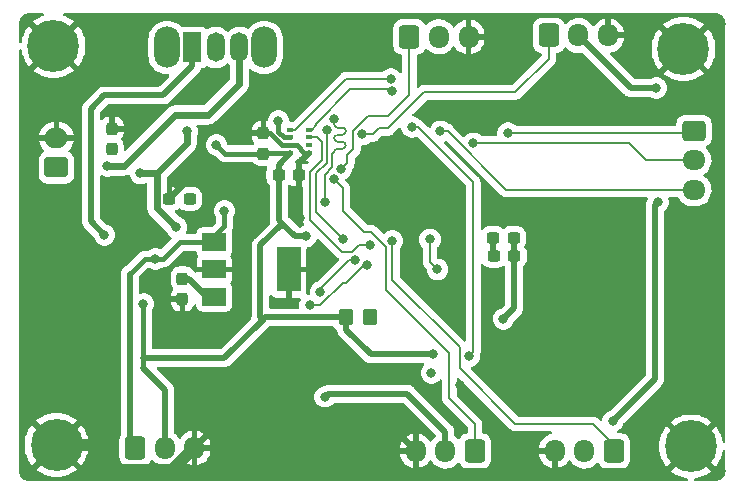
<source format=gbr>
%TF.GenerationSoftware,KiCad,Pcbnew,7.0.9*%
%TF.CreationDate,2025-06-07T20:57:36+05:30*%
%TF.ProjectId,flight_computer_rocketry,666c6967-6874-45f6-936f-6d7075746572,rev?*%
%TF.SameCoordinates,Original*%
%TF.FileFunction,Copper,L2,Bot*%
%TF.FilePolarity,Positive*%
%FSLAX46Y46*%
G04 Gerber Fmt 4.6, Leading zero omitted, Abs format (unit mm)*
G04 Created by KiCad (PCBNEW 7.0.9) date 2025-06-07 20:57:36*
%MOMM*%
%LPD*%
G01*
G04 APERTURE LIST*
G04 Aperture macros list*
%AMRoundRect*
0 Rectangle with rounded corners*
0 $1 Rounding radius*
0 $2 $3 $4 $5 $6 $7 $8 $9 X,Y pos of 4 corners*
0 Add a 4 corners polygon primitive as box body*
4,1,4,$2,$3,$4,$5,$6,$7,$8,$9,$2,$3,0*
0 Add four circle primitives for the rounded corners*
1,1,$1+$1,$2,$3*
1,1,$1+$1,$4,$5*
1,1,$1+$1,$6,$7*
1,1,$1+$1,$8,$9*
0 Add four rect primitives between the rounded corners*
20,1,$1+$1,$2,$3,$4,$5,0*
20,1,$1+$1,$4,$5,$6,$7,0*
20,1,$1+$1,$6,$7,$8,$9,0*
20,1,$1+$1,$8,$9,$2,$3,0*%
G04 Aperture macros list end*
%TA.AperFunction,ComponentPad*%
%ADD10C,0.700000*%
%TD*%
%TA.AperFunction,ComponentPad*%
%ADD11C,4.400000*%
%TD*%
%TA.AperFunction,ComponentPad*%
%ADD12RoundRect,0.250000X-0.600000X-0.725000X0.600000X-0.725000X0.600000X0.725000X-0.600000X0.725000X0*%
%TD*%
%TA.AperFunction,ComponentPad*%
%ADD13O,1.700000X1.950000*%
%TD*%
%TA.AperFunction,ComponentPad*%
%ADD14RoundRect,0.250000X-0.725000X0.600000X-0.725000X-0.600000X0.725000X-0.600000X0.725000X0.600000X0*%
%TD*%
%TA.AperFunction,ComponentPad*%
%ADD15O,1.950000X1.700000*%
%TD*%
%TA.AperFunction,ComponentPad*%
%ADD16RoundRect,0.250000X0.750000X-0.600000X0.750000X0.600000X-0.750000X0.600000X-0.750000X-0.600000X0*%
%TD*%
%TA.AperFunction,ComponentPad*%
%ADD17O,2.000000X1.700000*%
%TD*%
%TA.AperFunction,ComponentPad*%
%ADD18RoundRect,0.250000X0.600000X0.725000X-0.600000X0.725000X-0.600000X-0.725000X0.600000X-0.725000X0*%
%TD*%
%TA.AperFunction,SMDPad,CuDef*%
%ADD19RoundRect,0.237500X0.300000X0.237500X-0.300000X0.237500X-0.300000X-0.237500X0.300000X-0.237500X0*%
%TD*%
%TA.AperFunction,ComponentPad*%
%ADD20O,2.200000X3.500000*%
%TD*%
%TA.AperFunction,ComponentPad*%
%ADD21R,1.500000X2.500000*%
%TD*%
%TA.AperFunction,ComponentPad*%
%ADD22O,1.500000X2.500000*%
%TD*%
%TA.AperFunction,SMDPad,CuDef*%
%ADD23RoundRect,0.250000X0.350000X0.450000X-0.350000X0.450000X-0.350000X-0.450000X0.350000X-0.450000X0*%
%TD*%
%TA.AperFunction,SMDPad,CuDef*%
%ADD24R,0.500000X0.350000*%
%TD*%
%TA.AperFunction,SMDPad,CuDef*%
%ADD25RoundRect,0.237500X-0.300000X-0.237500X0.300000X-0.237500X0.300000X0.237500X-0.300000X0.237500X0*%
%TD*%
%TA.AperFunction,SMDPad,CuDef*%
%ADD26RoundRect,0.237500X0.237500X-0.300000X0.237500X0.300000X-0.237500X0.300000X-0.237500X-0.300000X0*%
%TD*%
%TA.AperFunction,SMDPad,CuDef*%
%ADD27RoundRect,0.237500X-0.237500X0.300000X-0.237500X-0.300000X0.237500X-0.300000X0.237500X0.300000X0*%
%TD*%
%TA.AperFunction,SMDPad,CuDef*%
%ADD28R,2.000000X1.500000*%
%TD*%
%TA.AperFunction,SMDPad,CuDef*%
%ADD29R,2.000000X3.800000*%
%TD*%
%TA.AperFunction,ViaPad*%
%ADD30C,0.800000*%
%TD*%
%TA.AperFunction,Conductor*%
%ADD31C,1.000000*%
%TD*%
%TA.AperFunction,Conductor*%
%ADD32C,0.500000*%
%TD*%
%TA.AperFunction,Conductor*%
%ADD33C,0.400000*%
%TD*%
%TA.AperFunction,Conductor*%
%ADD34C,0.200000*%
%TD*%
%TA.AperFunction,Conductor*%
%ADD35C,0.600000*%
%TD*%
G04 APERTURE END LIST*
D10*
%TO.P,H3,1,1*%
%TO.N,GND*%
X94235000Y-59563000D03*
X94718274Y-58396274D03*
X94718274Y-60729726D03*
X95885000Y-57913000D03*
D11*
X95885000Y-59563000D03*
D10*
X95885000Y-61213000D03*
X97051726Y-58396274D03*
X97051726Y-60729726D03*
X97535000Y-59563000D03*
%TD*%
%TO.P,H4,1,1*%
%TO.N,GND*%
X147575000Y-59817000D03*
X148058274Y-58650274D03*
X148058274Y-60983726D03*
X149225000Y-58167000D03*
D11*
X149225000Y-59817000D03*
D10*
X149225000Y-61467000D03*
X150391726Y-58650274D03*
X150391726Y-60983726D03*
X150875000Y-59817000D03*
%TD*%
D12*
%TO.P,J3,1,Pin_1*%
%TO.N,PWM2*%
X126024000Y-58793500D03*
D13*
%TO.P,J3,2,Pin_2*%
%TO.N,5V*%
X128524000Y-58793500D03*
%TO.P,J3,3,Pin_3*%
%TO.N,GND*%
X131024000Y-58793500D03*
%TD*%
D14*
%TO.P,J8,1,Pin_1*%
%TO.N,PWM_E1*%
X150114000Y-66755000D03*
D15*
%TO.P,J8,2,Pin_2*%
%TO.N,PWM_E2*%
X150114000Y-69255000D03*
%TO.P,J8,3,Pin_3*%
%TO.N,PWM_E3*%
X150114000Y-71755000D03*
%TD*%
D10*
%TO.P,H2,1,1*%
%TO.N,GND*%
X148210000Y-93472000D03*
X148693274Y-92305274D03*
X148693274Y-94638726D03*
X149860000Y-91822000D03*
D11*
X149860000Y-93472000D03*
D10*
X149860000Y-95122000D03*
X151026726Y-92305274D03*
X151026726Y-94638726D03*
X151510000Y-93472000D03*
%TD*%
D12*
%TO.P,J9,1,Pin_1*%
%TO.N,5V*%
X102823000Y-93599000D03*
D13*
%TO.P,J9,2,Pin_2*%
%TO.N,3.3V*%
X105323000Y-93599000D03*
%TO.P,J9,3,Pin_3*%
%TO.N,GND*%
X107823000Y-93599000D03*
%TD*%
D16*
%TO.P,J7,1,Pin_1*%
%TO.N,12V_DC*%
X96139000Y-69850000D03*
D17*
%TO.P,J7,2,Pin_2*%
%TO.N,GND*%
X96139000Y-67350000D03*
%TD*%
D10*
%TO.P,H1,1,1*%
%TO.N,GND*%
X94490000Y-93345000D03*
X94973274Y-92178274D03*
X94973274Y-94511726D03*
X96140000Y-91695000D03*
D11*
X96140000Y-93345000D03*
D10*
X96140000Y-94995000D03*
X97306726Y-92178274D03*
X97306726Y-94511726D03*
X97790000Y-93345000D03*
%TD*%
D18*
%TO.P,J4,1,Pin_1*%
%TO.N,PWM3*%
X131572000Y-93853000D03*
D13*
%TO.P,J4,2,Pin_2*%
%TO.N,5V*%
X129072000Y-93853000D03*
%TO.P,J4,3,Pin_3*%
%TO.N,GND*%
X126572000Y-93853000D03*
%TD*%
D18*
%TO.P,J5,1,Pin_1*%
%TO.N,PWM4*%
X143343000Y-93853000D03*
D13*
%TO.P,J5,2,Pin_2*%
%TO.N,5V*%
X140843000Y-93853000D03*
%TO.P,J5,3,Pin_3*%
%TO.N,GND*%
X138343000Y-93853000D03*
%TD*%
D12*
%TO.P,J2,1,Pin_1*%
%TO.N,PWM1*%
X137835000Y-58666500D03*
D13*
%TO.P,J2,2,Pin_2*%
%TO.N,5V*%
X140335000Y-58666500D03*
%TO.P,J2,3,Pin_3*%
%TO.N,GND*%
X142835000Y-58666500D03*
%TD*%
D19*
%TO.P,C2,1*%
%TO.N,3.3V*%
X107415500Y-72517000D03*
%TO.P,C2,2*%
%TO.N,GND*%
X105690500Y-72517000D03*
%TD*%
D20*
%TO.P,SW3,*%
%TO.N,*%
X105528000Y-59690000D03*
X113728000Y-59690000D03*
D21*
%TO.P,SW3,1,A*%
%TO.N,USB_POWER*%
X107628000Y-59690000D03*
D22*
%TO.P,SW3,2,B*%
%TO.N,POWER*%
X109628000Y-59690000D03*
%TO.P,SW3,3,C*%
%TO.N,12V_DC*%
X111628000Y-59690000D03*
%TD*%
D23*
%TO.P,R5,1*%
%TO.N,Net-(R5-Pad1)*%
X122682000Y-82550000D03*
%TO.P,R5,2*%
%TO.N,3.3V*%
X120682000Y-82550000D03*
%TD*%
D24*
%TO.P,U3,1,GND*%
%TO.N,GND*%
X117551000Y-68610000D03*
%TO.P,U3,2,CSB*%
%TO.N,unconnected-(U3-CSB-Pad2)*%
X117551000Y-67960000D03*
%TO.P,U3,3,SDI*%
%TO.N,SDA_I2C2*%
X117551000Y-67310000D03*
%TO.P,U3,4,SCK*%
%TO.N,SCL_I2C2*%
X117551000Y-66660000D03*
%TO.P,U3,5,SDO*%
%TO.N,PB2*%
X115951000Y-66660000D03*
%TO.P,U3,6,VDDIO*%
%TO.N,3.3V*%
X115951000Y-67310000D03*
%TO.P,U3,7,GND*%
%TO.N,GND*%
X115951000Y-67960000D03*
%TO.P,U3,8,VDD*%
%TO.N,3.3V*%
X115951000Y-68610000D03*
%TD*%
D25*
%TO.P,C8,1*%
%TO.N,3.3V*%
X114961500Y-70485000D03*
%TO.P,C8,2*%
%TO.N,GND*%
X116686500Y-70485000D03*
%TD*%
D19*
%TO.P,C11,1*%
%TO.N,3.3V*%
X134847500Y-75819000D03*
%TO.P,C11,2*%
X133122500Y-75819000D03*
%TD*%
D26*
%TO.P,C1,1*%
%TO.N,POWER*%
X100838000Y-68299500D03*
%TO.P,C1,2*%
%TO.N,GND*%
X100838000Y-66574500D03*
%TD*%
D27*
%TO.P,C15,1*%
%TO.N,POWER*%
X106807000Y-79274500D03*
%TO.P,C15,2*%
%TO.N,GND*%
X106807000Y-80999500D03*
%TD*%
D19*
%TO.P,C18,1*%
%TO.N,3.3V*%
X134898000Y-77340500D03*
%TO.P,C18,2*%
X133173000Y-77340500D03*
%TD*%
D28*
%TO.P,U5,1,IN*%
%TO.N,POWER*%
X109499000Y-80786000D03*
%TO.P,U5,2,GND*%
%TO.N,GND*%
X109499000Y-78486000D03*
D29*
X115799000Y-78486000D03*
D28*
%TO.P,U5,3,OUT*%
%TO.N,5V*%
X109499000Y-76186000D03*
%TD*%
D26*
%TO.P,C6,1*%
%TO.N,3.3V*%
X113665000Y-68680500D03*
%TO.P,C6,2*%
%TO.N,GND*%
X113665000Y-66955500D03*
%TD*%
D30*
%TO.N,GND*%
X123952000Y-70231000D03*
X130302000Y-88265000D03*
X113665000Y-66955500D03*
X109499000Y-78486000D03*
X112141000Y-73533000D03*
X139319000Y-75438000D03*
X126746000Y-71501000D03*
X100711000Y-71374000D03*
X132461000Y-87376000D03*
X123952000Y-71628000D03*
X126746000Y-70231000D03*
X125222000Y-71501000D03*
X105664000Y-72517000D03*
X115443000Y-78359000D03*
X106807000Y-81280000D03*
X125222000Y-70231000D03*
X100838000Y-66548000D03*
X123952000Y-72898000D03*
X126746000Y-73025000D03*
X116776500Y-74104500D03*
X116686500Y-70485000D03*
X125349000Y-73025000D03*
%TO.N,PWM1*%
X122047000Y-67056000D03*
%TO.N,PWM2*%
X120269000Y-69977000D03*
%TO.N,PWM3*%
X119634000Y-70866000D03*
%TO.N,PWM4*%
X124587000Y-76073000D03*
%TO.N,SYS_JTMS_SWDIO*%
X118872000Y-72771000D03*
X119634000Y-65786000D03*
%TO.N,SYS_JTCK_SWCLK*%
X120396000Y-75946000D03*
X119018000Y-66675000D03*
%TO.N,PB1*%
X126238000Y-66421000D03*
X131064000Y-85852000D03*
%TO.N,PB2*%
X124460000Y-62357000D03*
%TO.N,POWER*%
X106299000Y-74930000D03*
X107188000Y-66802000D03*
X106807000Y-79274500D03*
X100838000Y-68326000D03*
X103251000Y-70358000D03*
%TO.N,3.3V*%
X133096000Y-75819000D03*
X109678000Y-67945000D03*
X127889000Y-87249000D03*
X133985000Y-82677000D03*
X107442000Y-72517000D03*
X117274000Y-75692000D03*
X103505000Y-81407000D03*
X134874000Y-75819000D03*
X114935000Y-65913000D03*
X128004000Y-85643000D03*
%TO.N,5V*%
X118872000Y-89281000D03*
X110363000Y-73533000D03*
X146939000Y-63119000D03*
X143256000Y-91313000D03*
X104521000Y-77597000D03*
X147066000Y-72771000D03*
%TO.N,USB_POWER*%
X100203000Y-75565000D03*
%TO.N,12V_DC*%
X100457000Y-69723000D03*
%TO.N,PWM_E1*%
X134366000Y-66929000D03*
%TO.N,PWM_E2*%
X131445000Y-67818000D03*
%TO.N,PWM_E3*%
X128651000Y-66802000D03*
%TO.N,Net-(R5-Pad1)*%
X122682000Y-82677000D03*
%TO.N,SCL_I2C2*%
X124587000Y-63373000D03*
%TO.N,SDA_I2C2*%
X122682000Y-76454000D03*
%TO.N,I2C_P*%
X128397000Y-78486000D03*
X127762000Y-75946000D03*
%TO.N,UART_N*%
X122428000Y-78105000D03*
X117602000Y-81534000D03*
%TO.N,UART_P*%
X118491000Y-80391000D03*
X121412000Y-77724000D03*
%TD*%
D31*
%TO.N,GND*%
X105918000Y-95504000D02*
X107823000Y-93599000D01*
D32*
X116686500Y-69474500D02*
X117551000Y-68610000D01*
X123143000Y-90424000D02*
X126572000Y-93853000D01*
X110109000Y-70993000D02*
X112141000Y-73025000D01*
X110998000Y-90424000D02*
X123143000Y-90424000D01*
X107188000Y-70993000D02*
X110109000Y-70993000D01*
X105690500Y-72517000D02*
X105690500Y-72490500D01*
X116686500Y-74014500D02*
X116776500Y-74104500D01*
D31*
X101219000Y-95504000D02*
X105918000Y-95504000D01*
X99060000Y-93345000D02*
X101219000Y-95504000D01*
D33*
X114199500Y-66955500D02*
X113665000Y-66955500D01*
X117551000Y-68610000D02*
X117124000Y-68610000D01*
X115204000Y-67960000D02*
X114199500Y-66955500D01*
X117124000Y-68610000D02*
X116474000Y-67960000D01*
D32*
X112141000Y-73025000D02*
X112141000Y-73533000D01*
D33*
X116474000Y-67960000D02*
X115951000Y-67960000D01*
X115951000Y-67960000D02*
X115204000Y-67960000D01*
D32*
X116686500Y-70485000D02*
X116686500Y-69474500D01*
X116686500Y-70485000D02*
X116686500Y-74014500D01*
X105690500Y-72490500D02*
X107188000Y-70993000D01*
D31*
X96140000Y-93345000D02*
X99060000Y-93345000D01*
D32*
X107823000Y-93599000D02*
X110998000Y-90424000D01*
D34*
%TO.N,PWM1*%
X123444000Y-66548000D02*
X124206000Y-66548000D01*
X124206000Y-66548000D02*
X127254000Y-63500000D01*
X127254000Y-63500000D02*
X135001000Y-63500000D01*
X122047000Y-67056000D02*
X122936000Y-67056000D01*
X137835000Y-60666000D02*
X137835000Y-58666500D01*
X135001000Y-63500000D02*
X137835000Y-60666000D01*
X122936000Y-67056000D02*
X123444000Y-66548000D01*
%TO.N,PWM2*%
X126024000Y-63714000D02*
X126024000Y-58793500D01*
X120777000Y-69469000D02*
X120777000Y-68834000D01*
X120777000Y-68834000D02*
X121285000Y-68326000D01*
X124206000Y-65532000D02*
X126024000Y-63714000D01*
X122555000Y-65532000D02*
X124206000Y-65532000D01*
X121285000Y-68326000D02*
X121285000Y-66802000D01*
X121285000Y-66802000D02*
X122555000Y-65532000D01*
X120269000Y-69977000D02*
X120777000Y-69469000D01*
%TO.N,PWM3*%
X124079000Y-76581000D02*
X124079000Y-80264000D01*
X119634000Y-70866000D02*
X120396000Y-71628000D01*
X129413000Y-89408000D02*
X131572000Y-91567000D01*
X120396000Y-73533000D02*
X122174000Y-75311000D01*
X129413000Y-85598000D02*
X129413000Y-89408000D01*
X122809000Y-75311000D02*
X124079000Y-76581000D01*
X120396000Y-71628000D02*
X120396000Y-73533000D01*
X122174000Y-75311000D02*
X122809000Y-75311000D01*
X131572000Y-91567000D02*
X131572000Y-93853000D01*
X124079000Y-80264000D02*
X129413000Y-85598000D01*
%TO.N,PWM4*%
X143343000Y-93178000D02*
X143343000Y-93853000D01*
X124587000Y-79375000D02*
X130302000Y-85090000D01*
X130302000Y-85090000D02*
X130302000Y-86868000D01*
X124587000Y-76073000D02*
X124587000Y-79375000D01*
X135001000Y-91567000D02*
X141605000Y-91567000D01*
X130302000Y-86868000D02*
X135001000Y-91567000D01*
X141605000Y-91567000D02*
X143343000Y-93305000D01*
X143343000Y-93305000D02*
X143343000Y-93853000D01*
%TO.N,SYS_JTMS_SWDIO*%
X119507000Y-69850000D02*
X118872000Y-70485000D01*
X119934000Y-67667000D02*
X120334000Y-67667000D01*
X120334000Y-67067000D02*
X119934000Y-67067000D01*
X119507000Y-68694000D02*
X119507000Y-69850000D01*
X119634000Y-65786000D02*
X119634000Y-66167000D01*
X118872000Y-70485000D02*
X118872000Y-72771000D01*
X119934000Y-66467000D02*
X120334000Y-66467000D01*
X120334000Y-68267000D02*
X119934000Y-68267000D01*
X119634000Y-68567000D02*
X119507000Y-68694000D01*
X119934000Y-68267000D02*
G75*
G03*
X119634000Y-68567000I0J-300000D01*
G01*
X119634000Y-66167000D02*
G75*
G03*
X119934000Y-66467000I300000J0D01*
G01*
X120634000Y-66767000D02*
G75*
G03*
X120334000Y-66467000I-300000J0D01*
G01*
X119934000Y-67067000D02*
G75*
G03*
X119634000Y-67367000I0J-300000D01*
G01*
X120334000Y-67067000D02*
G75*
G03*
X120634000Y-66767000I0J300000D01*
G01*
X120334000Y-68267000D02*
G75*
G03*
X120634000Y-67967000I0J300000D01*
G01*
X120634000Y-67967000D02*
G75*
G03*
X120334000Y-67667000I-300000J0D01*
G01*
X119634000Y-67367000D02*
G75*
G03*
X119934000Y-67667000I300000J0D01*
G01*
%TO.N,SYS_JTCK_SWCLK*%
X119018000Y-69450000D02*
X119018000Y-66675000D01*
X118110000Y-73660000D02*
X118110000Y-70358000D01*
X120396000Y-75946000D02*
X118110000Y-73660000D01*
X118110000Y-70358000D02*
X119018000Y-69450000D01*
%TO.N,PB1*%
X131445000Y-85471000D02*
X131064000Y-85852000D01*
X126746000Y-66421000D02*
X131445000Y-71120000D01*
X131445000Y-71120000D02*
X131445000Y-85471000D01*
X126238000Y-66421000D02*
X126746000Y-66421000D01*
%TO.N,PB2*%
X120650000Y-62357000D02*
X116347000Y-66660000D01*
X116347000Y-66660000D02*
X115951000Y-66660000D01*
X124460000Y-62357000D02*
X120650000Y-62357000D01*
D32*
%TO.N,POWER*%
X107341500Y-79274500D02*
X108853000Y-80786000D01*
D35*
X103251000Y-70358000D02*
X104648000Y-70358000D01*
X104648000Y-70358000D02*
X107188000Y-67818000D01*
X104648000Y-73279000D02*
X104648000Y-70358000D01*
X107188000Y-67818000D02*
X107188000Y-66802000D01*
D32*
X106807000Y-79274500D02*
X107341500Y-79274500D01*
D35*
X106299000Y-74930000D02*
X104648000Y-73279000D01*
D32*
X108853000Y-80786000D02*
X109499000Y-80786000D01*
D33*
%TO.N,3.3V*%
X103505000Y-86868000D02*
X103505000Y-85979000D01*
X113735500Y-68610000D02*
X113665000Y-68680500D01*
D32*
X120682000Y-83598000D02*
X122727000Y-85643000D01*
X105323000Y-88686000D02*
X103505000Y-86868000D01*
X113411000Y-76454000D02*
X115252500Y-74612500D01*
X114961500Y-69599500D02*
X115951000Y-68610000D01*
D33*
X115402528Y-67310000D02*
X115951000Y-67310000D01*
D32*
X134874000Y-75819000D02*
X134847500Y-77290000D01*
D33*
X103505000Y-85979000D02*
X103505000Y-81407000D01*
D32*
X113792000Y-82550000D02*
X113601500Y-82740500D01*
X122727000Y-85643000D02*
X128004000Y-85643000D01*
D33*
X113665000Y-68680500D02*
X110413500Y-68680500D01*
D32*
X113601500Y-82740500D02*
X110363000Y-85979000D01*
X134874000Y-81788000D02*
X134874000Y-77364500D01*
X113601500Y-82740500D02*
X113411000Y-82550000D01*
X120682000Y-82550000D02*
X113792000Y-82550000D01*
X115252500Y-74612500D02*
X116332000Y-75692000D01*
X105323000Y-93599000D02*
X105323000Y-88686000D01*
X134874000Y-77364500D02*
X134898000Y-77340500D01*
X134847500Y-75819000D02*
X134874000Y-75819000D01*
D33*
X114935000Y-66842472D02*
X115402528Y-67310000D01*
D32*
X133096000Y-75819000D02*
X133122500Y-77290000D01*
X133122500Y-77290000D02*
X133173000Y-77340500D01*
X113411000Y-82550000D02*
X113411000Y-76454000D01*
X114961500Y-74321500D02*
X115252500Y-74612500D01*
X134847500Y-77290000D02*
X134898000Y-77340500D01*
X116332000Y-75692000D02*
X117274000Y-75692000D01*
X114961500Y-70485000D02*
X114961500Y-74321500D01*
D33*
X110413500Y-68680500D02*
X109678000Y-67945000D01*
X115951000Y-68610000D02*
X113735500Y-68610000D01*
D32*
X133985000Y-82677000D02*
X134874000Y-81788000D01*
X120682000Y-82550000D02*
X120682000Y-83598000D01*
X110363000Y-85979000D02*
X103505000Y-85979000D01*
X114961500Y-70485000D02*
X114961500Y-69599500D01*
D33*
X114935000Y-65913000D02*
X114935000Y-66842472D01*
D32*
X133122500Y-75819000D02*
X133096000Y-75819000D01*
%TO.N,5V*%
X146939000Y-63119000D02*
X144787500Y-63119000D01*
X129072000Y-92242000D02*
X129072000Y-93853000D01*
D33*
X109499000Y-75667000D02*
X110363000Y-74803000D01*
D32*
X144787500Y-63119000D02*
X140335000Y-58666500D01*
D33*
X105156000Y-77597000D02*
X104521000Y-77597000D01*
D32*
X102823000Y-93599000D02*
X102362000Y-93138000D01*
X118872000Y-89281000D02*
X119126000Y-89027000D01*
X119126000Y-89027000D02*
X125857000Y-89027000D01*
D33*
X104521000Y-77597000D02*
X103632000Y-77597000D01*
D32*
X125857000Y-89027000D02*
X129072000Y-92242000D01*
D33*
X106567000Y-76186000D02*
X105156000Y-77597000D01*
X103632000Y-77597000D02*
X102362000Y-78867000D01*
X109499000Y-76186000D02*
X106567000Y-76186000D01*
D32*
X146812000Y-87757000D02*
X143256000Y-91313000D01*
X147066000Y-72771000D02*
X146812000Y-73025000D01*
D33*
X110363000Y-74803000D02*
X110363000Y-73533000D01*
D32*
X146812000Y-73025000D02*
X146812000Y-87757000D01*
D33*
X109499000Y-76186000D02*
X109499000Y-75667000D01*
D32*
X102362000Y-93138000D02*
X102362000Y-78867000D01*
%TO.N,USB_POWER*%
X99060000Y-74422000D02*
X99060000Y-64897000D01*
X100203000Y-63754000D02*
X105156000Y-63754000D01*
X107628000Y-61282000D02*
X107628000Y-59690000D01*
X100203000Y-75565000D02*
X99060000Y-74422000D01*
X99060000Y-64897000D02*
X100203000Y-63754000D01*
X105156000Y-63754000D02*
X107628000Y-61282000D01*
D35*
%TO.N,12V_DC*%
X106172000Y-65405000D02*
X108966000Y-65405000D01*
X100457000Y-69723000D02*
X101854000Y-69723000D01*
X101854000Y-69723000D02*
X106172000Y-65405000D01*
X111628000Y-62743000D02*
X111628000Y-59690000D01*
X108966000Y-65405000D02*
X111628000Y-62743000D01*
D34*
%TO.N,PWM_E1*%
X134366000Y-66929000D02*
X149940000Y-66929000D01*
X149940000Y-66929000D02*
X150114000Y-66755000D01*
%TO.N,PWM_E2*%
X131445000Y-67818000D02*
X144653000Y-67818000D01*
X144653000Y-67818000D02*
X146090000Y-69255000D01*
X146090000Y-69255000D02*
X150114000Y-69255000D01*
%TO.N,PWM_E3*%
X128651000Y-66802000D02*
X129286000Y-66802000D01*
X129286000Y-66802000D02*
X134239000Y-71755000D01*
X134239000Y-71755000D02*
X150114000Y-71755000D01*
%TO.N,SCL_I2C2*%
X117551000Y-66660000D02*
X117744000Y-66660000D01*
X124460000Y-63246000D02*
X124587000Y-63373000D01*
X121031000Y-63246000D02*
X124460000Y-63246000D01*
X117744000Y-66660000D02*
X118110000Y-66294000D01*
X118110000Y-66167000D02*
X121031000Y-63246000D01*
X118110000Y-66294000D02*
X118110000Y-66167000D01*
%TO.N,SDA_I2C2*%
X121158000Y-77024000D02*
X120331000Y-77024000D01*
X122682000Y-76454000D02*
X121728000Y-76454000D01*
X120331000Y-77024000D02*
X117602000Y-74295000D01*
X118618000Y-67691000D02*
X118237000Y-67310000D01*
X118237000Y-67310000D02*
X117551000Y-67310000D01*
X117602000Y-74295000D02*
X117602000Y-70231000D01*
X117602000Y-70231000D02*
X118618000Y-69215000D01*
X118618000Y-69215000D02*
X118618000Y-67691000D01*
X121728000Y-76454000D02*
X121158000Y-77024000D01*
%TO.N,I2C_P*%
X127762000Y-77851000D02*
X127762000Y-75946000D01*
X128397000Y-78486000D02*
X127762000Y-77851000D01*
%TO.N,UART_N*%
X120650000Y-79629000D02*
X122174000Y-78105000D01*
X118491000Y-81534000D02*
X120396000Y-79629000D01*
X117602000Y-81534000D02*
X118491000Y-81534000D01*
X122174000Y-78105000D02*
X122428000Y-78105000D01*
X120396000Y-79629000D02*
X120650000Y-79629000D01*
%TO.N,UART_P*%
X118491000Y-80391000D02*
X118491000Y-80137000D01*
X120904000Y-77724000D02*
X121412000Y-77724000D01*
X118491000Y-80137000D02*
X120904000Y-77724000D01*
%TD*%
%TA.AperFunction,Conductor*%
%TO.N,GND*%
G36*
X129237717Y-67614601D02*
G01*
X129243307Y-67619856D01*
X133777655Y-72154204D01*
X133782996Y-72160294D01*
X133792927Y-72173236D01*
X133805010Y-72188984D01*
X133805011Y-72188985D01*
X133805013Y-72188987D01*
X133828894Y-72207311D01*
X133835284Y-72212215D01*
X133835308Y-72212235D01*
X133911167Y-72270443D01*
X133932124Y-72286524D01*
X133932126Y-72286524D01*
X133932128Y-72286526D01*
X134006136Y-72317181D01*
X134080149Y-72347838D01*
X134095664Y-72349880D01*
X134099542Y-72350391D01*
X134147009Y-72356640D01*
X134199115Y-72363500D01*
X134199116Y-72363500D01*
X134201129Y-72363765D01*
X134201148Y-72363766D01*
X134239000Y-72368750D01*
X134239001Y-72368750D01*
X134249472Y-72367371D01*
X134274848Y-72364030D01*
X134282946Y-72363500D01*
X146072480Y-72363500D01*
X146139519Y-72383185D01*
X146185274Y-72435989D01*
X146195218Y-72505147D01*
X146190411Y-72525818D01*
X146172459Y-72581067D01*
X146172457Y-72581075D01*
X146171822Y-72587120D01*
X146160884Y-72626556D01*
X146129220Y-72694459D01*
X146094391Y-72763810D01*
X146091923Y-72770593D01*
X146091878Y-72770576D01*
X146089322Y-72777932D01*
X146089366Y-72777947D01*
X146087096Y-72784795D01*
X146079244Y-72822822D01*
X146071392Y-72860850D01*
X146060601Y-72906381D01*
X146053498Y-72936351D01*
X146052661Y-72943519D01*
X146052613Y-72943513D01*
X146051823Y-72951244D01*
X146051870Y-72951249D01*
X146051240Y-72958438D01*
X146053500Y-73036079D01*
X146053500Y-87391456D01*
X146033815Y-87458495D01*
X146017181Y-87479137D01*
X143099248Y-90397069D01*
X143037925Y-90430554D01*
X143037351Y-90430678D01*
X142973712Y-90444206D01*
X142799244Y-90521884D01*
X142644745Y-90634135D01*
X142516959Y-90776057D01*
X142421473Y-90941443D01*
X142421470Y-90941450D01*
X142362459Y-91123068D01*
X142362458Y-91123072D01*
X142358398Y-91161702D01*
X142357216Y-91172947D01*
X142330630Y-91237562D01*
X142273332Y-91277545D01*
X142203513Y-91280204D01*
X142146214Y-91247665D01*
X142066354Y-91167805D01*
X142061001Y-91161702D01*
X142058216Y-91158073D01*
X142038987Y-91133013D01*
X142038985Y-91133011D01*
X142038984Y-91133010D01*
X142007075Y-91108526D01*
X142007074Y-91108525D01*
X142007072Y-91108523D01*
X141961728Y-91073729D01*
X141911877Y-91035476D01*
X141911873Y-91035474D01*
X141763850Y-90974161D01*
X141744457Y-90971608D01*
X141642704Y-90958212D01*
X141642678Y-90958210D01*
X141605001Y-90953250D01*
X141604999Y-90953250D01*
X141594527Y-90954628D01*
X141569151Y-90957969D01*
X141561054Y-90958500D01*
X135304411Y-90958500D01*
X135237372Y-90938815D01*
X135216730Y-90922181D01*
X131234844Y-86940295D01*
X131201359Y-86878972D01*
X131206343Y-86809280D01*
X131248215Y-86753347D01*
X131296739Y-86731325D01*
X131346288Y-86720794D01*
X131520752Y-86643118D01*
X131675253Y-86530866D01*
X131803040Y-86388944D01*
X131898527Y-86223556D01*
X131957542Y-86041928D01*
X131977504Y-85852000D01*
X131975705Y-85834888D01*
X131988271Y-85766160D01*
X131990052Y-85763321D01*
X131989375Y-85759431D01*
X131998019Y-85725981D01*
X132037838Y-85629850D01*
X132053500Y-85510885D01*
X132053500Y-85510884D01*
X132053723Y-85509191D01*
X132053726Y-85509160D01*
X132058750Y-85470999D01*
X132054031Y-85435156D01*
X132053500Y-85427054D01*
X132053500Y-78107640D01*
X132073185Y-78040601D01*
X132125989Y-77994846D01*
X132195147Y-77984902D01*
X132258703Y-78013927D01*
X132279340Y-78038195D01*
X132279361Y-78038179D01*
X132279809Y-78038746D01*
X132283040Y-78042545D01*
X132283843Y-78043847D01*
X132407153Y-78167157D01*
X132407157Y-78167160D01*
X132555571Y-78258704D01*
X132555574Y-78258705D01*
X132555580Y-78258709D01*
X132721119Y-78313562D01*
X132823287Y-78324000D01*
X133522712Y-78323999D01*
X133624881Y-78313562D01*
X133790420Y-78258709D01*
X133926403Y-78174832D01*
X133993795Y-78156392D01*
X134060458Y-78177314D01*
X134105228Y-78230956D01*
X134115500Y-78280371D01*
X134115500Y-81422456D01*
X134095815Y-81489495D01*
X134079181Y-81510137D01*
X133828248Y-81761069D01*
X133766925Y-81794554D01*
X133766351Y-81794678D01*
X133702712Y-81808206D01*
X133537087Y-81881947D01*
X133528244Y-81885884D01*
X133373745Y-81998135D01*
X133245959Y-82140057D01*
X133150473Y-82305443D01*
X133150470Y-82305450D01*
X133129560Y-82369806D01*
X133091458Y-82487072D01*
X133071496Y-82677000D01*
X133091458Y-82866928D01*
X133091459Y-82866931D01*
X133150470Y-83048549D01*
X133150473Y-83048556D01*
X133245960Y-83213944D01*
X133373747Y-83355866D01*
X133528248Y-83468118D01*
X133702712Y-83545794D01*
X133889513Y-83585500D01*
X134080487Y-83585500D01*
X134267288Y-83545794D01*
X134441752Y-83468118D01*
X134596253Y-83355866D01*
X134724040Y-83213944D01*
X134819527Y-83048556D01*
X134874537Y-82879253D01*
X134904783Y-82829896D01*
X135364880Y-82369799D01*
X135378506Y-82358023D01*
X135398058Y-82343469D01*
X135432015Y-82303000D01*
X135435675Y-82299005D01*
X135441581Y-82293100D01*
X135462135Y-82267104D01*
X135512032Y-82207640D01*
X135512033Y-82207637D01*
X135516004Y-82201601D01*
X135516045Y-82201628D01*
X135520219Y-82195076D01*
X135520176Y-82195050D01*
X135523962Y-82188911D01*
X135523967Y-82188905D01*
X135556775Y-82118547D01*
X135591609Y-82049188D01*
X135591610Y-82049182D01*
X135594077Y-82042405D01*
X135594124Y-82042422D01*
X135596675Y-82035083D01*
X135596629Y-82035068D01*
X135598900Y-82028210D01*
X135598903Y-82028206D01*
X135614607Y-81952149D01*
X135632500Y-81876656D01*
X135632500Y-81876653D01*
X135633339Y-81869483D01*
X135633386Y-81869488D01*
X135634177Y-81861757D01*
X135634130Y-81861753D01*
X135634759Y-81854562D01*
X135632500Y-81776920D01*
X135632500Y-78249866D01*
X135652185Y-78182827D01*
X135668819Y-78162185D01*
X135726004Y-78105000D01*
X135787158Y-78043846D01*
X135878709Y-77895420D01*
X135933562Y-77729881D01*
X135944000Y-77627713D01*
X135943999Y-77053288D01*
X135933562Y-76951119D01*
X135878709Y-76785580D01*
X135878705Y-76785574D01*
X135878704Y-76785571D01*
X135787160Y-76637157D01*
X135787157Y-76637153D01*
X135781454Y-76631450D01*
X135747969Y-76570127D01*
X135752953Y-76500435D01*
X135763597Y-76478672D01*
X135828204Y-76373928D01*
X135828203Y-76373928D01*
X135828209Y-76373920D01*
X135883062Y-76208381D01*
X135893500Y-76106213D01*
X135893499Y-75531788D01*
X135883062Y-75429619D01*
X135828209Y-75264080D01*
X135828205Y-75264074D01*
X135828204Y-75264071D01*
X135736660Y-75115657D01*
X135736657Y-75115653D01*
X135613346Y-74992342D01*
X135613342Y-74992339D01*
X135464928Y-74900795D01*
X135464922Y-74900792D01*
X135464920Y-74900791D01*
X135420687Y-74886134D01*
X135299382Y-74845938D01*
X135197214Y-74835500D01*
X134497794Y-74835500D01*
X134497778Y-74835501D01*
X134395617Y-74845938D01*
X134230082Y-74900790D01*
X134230071Y-74900795D01*
X134081657Y-74992339D01*
X134081653Y-74992342D01*
X134072681Y-75001315D01*
X134011358Y-75034800D01*
X133941666Y-75029816D01*
X133897319Y-75001315D01*
X133888346Y-74992342D01*
X133888342Y-74992339D01*
X133739928Y-74900795D01*
X133739922Y-74900792D01*
X133739920Y-74900791D01*
X133695687Y-74886134D01*
X133574382Y-74845938D01*
X133472214Y-74835500D01*
X132772794Y-74835500D01*
X132772778Y-74835501D01*
X132670617Y-74845938D01*
X132505082Y-74900790D01*
X132505071Y-74900795D01*
X132356657Y-74992339D01*
X132356653Y-74992342D01*
X132265181Y-75083815D01*
X132203858Y-75117300D01*
X132134166Y-75112316D01*
X132078233Y-75070444D01*
X132053816Y-75004980D01*
X132053500Y-74996134D01*
X132053500Y-71163951D01*
X132054031Y-71155850D01*
X132054918Y-71149118D01*
X132058751Y-71120000D01*
X132037838Y-70961150D01*
X132001898Y-70874382D01*
X131976525Y-70813125D01*
X131976523Y-70813123D01*
X131902235Y-70716308D01*
X131902215Y-70716284D01*
X131885279Y-70694213D01*
X131878987Y-70686013D01*
X131878985Y-70686011D01*
X131878984Y-70686010D01*
X131862939Y-70673699D01*
X131850293Y-70663995D01*
X131844203Y-70658654D01*
X129007624Y-67822075D01*
X128974139Y-67760752D01*
X128979123Y-67691060D01*
X129020995Y-67635127D01*
X129044869Y-67621115D01*
X129047697Y-67619856D01*
X129105192Y-67594257D01*
X129174440Y-67584973D01*
X129237717Y-67614601D01*
G37*
%TD.AperFunction*%
%TA.AperFunction,Conductor*%
G36*
X125259228Y-66457832D02*
G01*
X125315162Y-66499703D01*
X125339215Y-66561050D01*
X125344458Y-66610928D01*
X125344459Y-66610931D01*
X125403470Y-66792549D01*
X125403473Y-66792556D01*
X125498960Y-66957944D01*
X125554117Y-67019202D01*
X125621453Y-67093987D01*
X125626747Y-67099866D01*
X125781248Y-67212118D01*
X125955712Y-67289794D01*
X126142513Y-67329500D01*
X126333487Y-67329500D01*
X126520288Y-67289794D01*
X126573429Y-67266134D01*
X126604315Y-67252383D01*
X126673565Y-67243098D01*
X126736842Y-67272726D01*
X126742432Y-67277981D01*
X130800181Y-71335730D01*
X130833666Y-71397053D01*
X130836500Y-71423411D01*
X130836500Y-84464589D01*
X130816815Y-84531628D01*
X130764011Y-84577383D01*
X130694853Y-84587327D01*
X130631297Y-84558302D01*
X130624819Y-84552270D01*
X125231819Y-79159270D01*
X125198334Y-79097947D01*
X125195500Y-79071589D01*
X125195500Y-76802522D01*
X125215185Y-76735483D01*
X125227350Y-76719550D01*
X125230641Y-76715895D01*
X125326040Y-76609944D01*
X125421527Y-76444556D01*
X125480542Y-76262928D01*
X125500504Y-76073000D01*
X125487156Y-75946000D01*
X126848496Y-75946000D01*
X126868458Y-76135928D01*
X126868459Y-76135931D01*
X126927470Y-76317549D01*
X126927473Y-76317556D01*
X127022960Y-76482944D01*
X127101460Y-76570127D01*
X127121650Y-76592550D01*
X127151880Y-76655541D01*
X127153500Y-76675522D01*
X127153500Y-77807054D01*
X127152969Y-77815156D01*
X127148250Y-77850998D01*
X127153021Y-77887248D01*
X127153023Y-77887263D01*
X127162352Y-77958122D01*
X127169161Y-78009849D01*
X127169163Y-78009854D01*
X127230473Y-78157871D01*
X127230476Y-78157877D01*
X127252434Y-78186492D01*
X127303523Y-78253072D01*
X127303525Y-78253074D01*
X127328013Y-78284987D01*
X127355107Y-78305777D01*
X127356698Y-78306998D01*
X127362794Y-78312343D01*
X127407654Y-78357203D01*
X127447177Y-78396726D01*
X127480662Y-78458049D01*
X127483496Y-78484407D01*
X127483496Y-78485997D01*
X127483496Y-78486000D01*
X127503458Y-78675928D01*
X127503459Y-78675931D01*
X127562470Y-78857549D01*
X127562473Y-78857556D01*
X127657960Y-79022944D01*
X127785747Y-79164866D01*
X127940248Y-79277118D01*
X128114712Y-79354794D01*
X128301513Y-79394500D01*
X128492487Y-79394500D01*
X128679288Y-79354794D01*
X128853752Y-79277118D01*
X129008253Y-79164866D01*
X129136040Y-79022944D01*
X129231527Y-78857556D01*
X129290542Y-78675928D01*
X129310504Y-78486000D01*
X129290542Y-78296072D01*
X129231527Y-78114444D01*
X129136040Y-77949056D01*
X129008253Y-77807134D01*
X128853752Y-77694882D01*
X128679288Y-77617206D01*
X128679286Y-77617205D01*
X128492486Y-77577499D01*
X128486020Y-77576820D01*
X128486204Y-77575064D01*
X128427461Y-77557815D01*
X128381706Y-77505011D01*
X128370500Y-77453500D01*
X128370500Y-76675522D01*
X128390185Y-76608483D01*
X128402350Y-76592550D01*
X128501040Y-76482944D01*
X128596527Y-76317556D01*
X128655542Y-76135928D01*
X128675504Y-75946000D01*
X128655542Y-75756072D01*
X128596527Y-75574444D01*
X128501040Y-75409056D01*
X128373253Y-75267134D01*
X128218752Y-75154882D01*
X128044288Y-75077206D01*
X128044286Y-75077205D01*
X127857487Y-75037500D01*
X127666513Y-75037500D01*
X127479714Y-75077205D01*
X127305246Y-75154883D01*
X127150745Y-75267135D01*
X127022959Y-75409057D01*
X126927473Y-75574443D01*
X126927470Y-75574450D01*
X126868459Y-75756068D01*
X126868458Y-75756072D01*
X126848496Y-75946000D01*
X125487156Y-75946000D01*
X125480542Y-75883072D01*
X125421527Y-75701444D01*
X125326040Y-75536056D01*
X125198253Y-75394134D01*
X125043752Y-75281882D01*
X124869288Y-75204206D01*
X124869286Y-75204205D01*
X124682487Y-75164500D01*
X124491513Y-75164500D01*
X124304714Y-75204205D01*
X124304712Y-75204206D01*
X124163371Y-75267135D01*
X124130246Y-75281883D01*
X123975744Y-75394136D01*
X123975741Y-75394138D01*
X123957494Y-75414405D01*
X123898007Y-75451054D01*
X123828150Y-75449723D01*
X123777663Y-75419114D01*
X123270354Y-74911805D01*
X123265001Y-74905702D01*
X123261301Y-74900880D01*
X123242987Y-74877013D01*
X123211074Y-74852525D01*
X123211072Y-74852523D01*
X123115876Y-74779476D01*
X123115873Y-74779474D01*
X122967850Y-74718161D01*
X122948457Y-74715608D01*
X122846704Y-74702212D01*
X122846678Y-74702210D01*
X122809001Y-74697250D01*
X122808999Y-74697250D01*
X122798527Y-74698628D01*
X122773151Y-74701969D01*
X122765054Y-74702500D01*
X122477411Y-74702500D01*
X122410372Y-74682815D01*
X122389730Y-74666181D01*
X121040819Y-73317270D01*
X121007334Y-73255947D01*
X121004500Y-73229589D01*
X121004500Y-71671945D01*
X121005031Y-71663843D01*
X121009750Y-71627999D01*
X121006926Y-71606551D01*
X121004500Y-71588120D01*
X121004500Y-71588115D01*
X120988838Y-71469150D01*
X120988569Y-71468499D01*
X120927524Y-71321124D01*
X120898029Y-71282685D01*
X120853235Y-71224308D01*
X120853215Y-71224284D01*
X120841103Y-71208500D01*
X120829987Y-71194013D01*
X120829985Y-71194011D01*
X120829984Y-71194010D01*
X120808102Y-71177220D01*
X120801293Y-71171995D01*
X120795203Y-71166654D01*
X120625624Y-70997075D01*
X120592139Y-70935752D01*
X120597123Y-70866060D01*
X120638995Y-70810127D01*
X120662864Y-70796117D01*
X120725752Y-70768118D01*
X120880253Y-70655866D01*
X121008040Y-70513944D01*
X121103527Y-70348556D01*
X121162542Y-70166928D01*
X121182504Y-69977000D01*
X121182503Y-69976997D01*
X121183183Y-69970536D01*
X121185846Y-69970815D01*
X121202189Y-69915160D01*
X121208126Y-69906715D01*
X121210985Y-69902988D01*
X121210987Y-69902987D01*
X121235474Y-69871074D01*
X121235477Y-69871072D01*
X121302450Y-69783791D01*
X121308524Y-69775875D01*
X121369838Y-69627850D01*
X121385500Y-69508885D01*
X121385500Y-69508884D01*
X121385723Y-69507191D01*
X121385726Y-69507160D01*
X121387944Y-69490314D01*
X121390750Y-69469000D01*
X121386030Y-69433151D01*
X121385500Y-69425054D01*
X121385500Y-69137410D01*
X121405185Y-69070371D01*
X121421815Y-69049733D01*
X121684203Y-68787344D01*
X121690292Y-68782004D01*
X121718987Y-68759987D01*
X121737302Y-68736118D01*
X121743475Y-68728073D01*
X121743477Y-68728072D01*
X121814726Y-68635217D01*
X121818544Y-68630705D01*
X121822996Y-68625925D01*
X121826462Y-68619922D01*
X121829614Y-68615813D01*
X121829375Y-68614437D01*
X121838020Y-68580978D01*
X121877838Y-68484850D01*
X121893500Y-68365885D01*
X121893500Y-68365884D01*
X121893723Y-68364191D01*
X121893726Y-68364160D01*
X121898750Y-68325999D01*
X121894031Y-68290156D01*
X121893500Y-68282054D01*
X121893500Y-68088500D01*
X121913185Y-68021461D01*
X121965989Y-67975706D01*
X122017500Y-67964500D01*
X122142487Y-67964500D01*
X122329288Y-67924794D01*
X122503752Y-67847118D01*
X122658253Y-67734866D01*
X122658258Y-67734861D01*
X122684670Y-67705528D01*
X122744157Y-67668879D01*
X122776820Y-67664500D01*
X122892054Y-67664500D01*
X122900151Y-67665030D01*
X122925527Y-67668371D01*
X122935999Y-67669750D01*
X122936000Y-67669750D01*
X122936001Y-67669750D01*
X122971846Y-67665031D01*
X122973961Y-67664752D01*
X122973974Y-67664751D01*
X122975881Y-67664500D01*
X122975885Y-67664500D01*
X123057002Y-67653820D01*
X123075457Y-67651391D01*
X123094851Y-67648838D01*
X123128259Y-67635000D01*
X123242876Y-67587524D01*
X123338072Y-67514477D01*
X123338073Y-67514475D01*
X123346164Y-67508267D01*
X123346171Y-67508261D01*
X123369984Y-67489989D01*
X123369983Y-67489989D01*
X123369987Y-67489987D01*
X123392003Y-67461294D01*
X123397338Y-67455209D01*
X123659731Y-67192816D01*
X123721053Y-67159334D01*
X123747411Y-67156500D01*
X124162054Y-67156500D01*
X124170151Y-67157030D01*
X124187648Y-67159334D01*
X124205999Y-67161750D01*
X124206000Y-67161750D01*
X124206001Y-67161750D01*
X124241846Y-67157031D01*
X124243961Y-67156752D01*
X124243974Y-67156751D01*
X124245881Y-67156500D01*
X124245885Y-67156500D01*
X124327002Y-67145820D01*
X124345457Y-67143391D01*
X124364851Y-67140838D01*
X124418842Y-67118474D01*
X124512876Y-67079524D01*
X124608072Y-67006477D01*
X124608073Y-67006475D01*
X124616164Y-67000267D01*
X124616166Y-67000264D01*
X124639987Y-66981987D01*
X124662010Y-66953286D01*
X124667340Y-66947208D01*
X125128216Y-66486331D01*
X125189537Y-66452848D01*
X125259228Y-66457832D01*
G37*
%TD.AperFunction*%
%TA.AperFunction,Conductor*%
G36*
X118317097Y-75880019D02*
G01*
X118350067Y-75903616D01*
X119869655Y-77423204D01*
X119874996Y-77429294D01*
X119881668Y-77437989D01*
X119897010Y-77457984D01*
X119897011Y-77457985D01*
X119897013Y-77457987D01*
X119920894Y-77476311D01*
X119927284Y-77481215D01*
X119927308Y-77481235D01*
X119943831Y-77493913D01*
X120018212Y-77550987D01*
X120059414Y-77607413D01*
X120063569Y-77677159D01*
X120030406Y-77737043D01*
X118281078Y-79486371D01*
X118219755Y-79519856D01*
X118219185Y-79519979D01*
X118208714Y-79522205D01*
X118208712Y-79522206D01*
X118067425Y-79585111D01*
X118034244Y-79599884D01*
X117879745Y-79712135D01*
X117751959Y-79854057D01*
X117656473Y-80019443D01*
X117656470Y-80019450D01*
X117602243Y-80186344D01*
X117597458Y-80201072D01*
X117577496Y-80391000D01*
X117588382Y-80494580D01*
X117575814Y-80563308D01*
X117528082Y-80614332D01*
X117490843Y-80628830D01*
X117439887Y-80639661D01*
X117370220Y-80634345D01*
X117314486Y-80592208D01*
X117290381Y-80526628D01*
X117292492Y-80501164D01*
X117291769Y-80501087D01*
X117298999Y-80433844D01*
X117299000Y-80433827D01*
X117299000Y-78736000D01*
X116049000Y-78736000D01*
X116049000Y-80886000D01*
X116712304Y-80886000D01*
X116779343Y-80905685D01*
X116825098Y-80958489D01*
X116835042Y-81027647D01*
X116819691Y-81072000D01*
X116767473Y-81162443D01*
X116767470Y-81162450D01*
X116709293Y-81341501D01*
X116708458Y-81344072D01*
X116691004Y-81510137D01*
X116688496Y-81534000D01*
X116701165Y-81654539D01*
X116688595Y-81723269D01*
X116640863Y-81774292D01*
X116577844Y-81791500D01*
X114293500Y-81791500D01*
X114226461Y-81771815D01*
X114180706Y-81719011D01*
X114169500Y-81667500D01*
X114169500Y-80751985D01*
X114189185Y-80684946D01*
X114241989Y-80639191D01*
X114311147Y-80629247D01*
X114374703Y-80658272D01*
X114392767Y-80677674D01*
X114441813Y-80743190D01*
X114556906Y-80829350D01*
X114556913Y-80829354D01*
X114691620Y-80879596D01*
X114691627Y-80879598D01*
X114751155Y-80885999D01*
X114751172Y-80886000D01*
X115549000Y-80886000D01*
X115549000Y-78360000D01*
X115568685Y-78292961D01*
X115621489Y-78247206D01*
X115673000Y-78236000D01*
X117299000Y-78236000D01*
X117299000Y-76715895D01*
X117318685Y-76648856D01*
X117371489Y-76603101D01*
X117397216Y-76594605D01*
X117556288Y-76560794D01*
X117730752Y-76483118D01*
X117885253Y-76370866D01*
X118013040Y-76228944D01*
X118108527Y-76063556D01*
X118144456Y-75952978D01*
X118183892Y-75895304D01*
X118248250Y-75868105D01*
X118317097Y-75880019D01*
G37*
%TD.AperFunction*%
%TA.AperFunction,Conductor*%
G36*
X116843989Y-69010951D02*
G01*
X116855574Y-69024321D01*
X116943809Y-69142187D01*
X116943812Y-69142190D01*
X117058906Y-69228350D01*
X117058913Y-69228354D01*
X117193620Y-69278596D01*
X117193627Y-69278598D01*
X117253155Y-69284999D01*
X117253172Y-69285000D01*
X117388087Y-69285000D01*
X117455126Y-69304685D01*
X117500881Y-69357489D01*
X117510825Y-69426647D01*
X117481800Y-69490203D01*
X117475766Y-69496683D01*
X117427690Y-69544757D01*
X117366367Y-69578241D01*
X117301008Y-69574780D01*
X117136653Y-69520319D01*
X117035654Y-69510000D01*
X116936500Y-69510000D01*
X116936500Y-71459999D01*
X116957181Y-71480680D01*
X116990666Y-71542003D01*
X116993500Y-71568361D01*
X116993500Y-74251054D01*
X116992969Y-74259156D01*
X116988250Y-74294998D01*
X116993021Y-74331248D01*
X116993023Y-74331263D01*
X117002045Y-74399788D01*
X117009162Y-74453852D01*
X117070473Y-74601871D01*
X117070475Y-74601875D01*
X117085810Y-74621860D01*
X117111003Y-74687029D01*
X117096964Y-74755474D01*
X117048150Y-74805463D01*
X117013216Y-74818635D01*
X116991712Y-74823205D01*
X116817249Y-74900880D01*
X116804949Y-74909818D01*
X116739142Y-74933298D01*
X116732063Y-74933500D01*
X116697543Y-74933500D01*
X116630504Y-74913815D01*
X116609862Y-74897181D01*
X116210294Y-74497613D01*
X115805706Y-74093025D01*
X115803259Y-74090431D01*
X115780076Y-74064380D01*
X115755379Y-74036627D01*
X115756695Y-74035455D01*
X115724569Y-73983974D01*
X115720000Y-73950624D01*
X115720000Y-71398216D01*
X115739685Y-71331177D01*
X115792489Y-71285422D01*
X115861647Y-71275478D01*
X115920916Y-71300954D01*
X115925968Y-71304949D01*
X116072688Y-71395448D01*
X116072699Y-71395453D01*
X116236347Y-71449680D01*
X116337351Y-71459999D01*
X116436500Y-71459998D01*
X116436500Y-69509999D01*
X116423042Y-69509999D01*
X116356003Y-69490314D01*
X116310248Y-69437510D01*
X116300304Y-69368352D01*
X116329329Y-69304796D01*
X116335347Y-69298332D01*
X116349325Y-69284354D01*
X116393667Y-69255857D01*
X116447204Y-69235889D01*
X116564261Y-69148261D01*
X116651889Y-69031204D01*
X116651889Y-69031202D01*
X116657041Y-69024321D01*
X116712975Y-68982450D01*
X116782666Y-68977466D01*
X116843989Y-69010951D01*
G37*
%TD.AperFunction*%
%TA.AperFunction,Conductor*%
G36*
X110663442Y-61027805D02*
G01*
X110713716Y-61057013D01*
X110781192Y-61121527D01*
X110816044Y-61182083D01*
X110819500Y-61211153D01*
X110819500Y-62356746D01*
X110799815Y-62423785D01*
X110783181Y-62444427D01*
X108667427Y-64560181D01*
X108606104Y-64593666D01*
X108579746Y-64596500D01*
X106263096Y-64596500D01*
X106080903Y-64596500D01*
X106080902Y-64596500D01*
X106080895Y-64596501D01*
X106039753Y-64605891D01*
X106032894Y-64607057D01*
X105990958Y-64611781D01*
X105990952Y-64611783D01*
X105951119Y-64625720D01*
X105944438Y-64627645D01*
X105903278Y-64637041D01*
X105865242Y-64655357D01*
X105858816Y-64658019D01*
X105818993Y-64671953D01*
X105818981Y-64671959D01*
X105783245Y-64694412D01*
X105777159Y-64697775D01*
X105739128Y-64716092D01*
X105706123Y-64742411D01*
X105700451Y-64746436D01*
X105664720Y-64768888D01*
X105664716Y-64768891D01*
X105632411Y-64801197D01*
X102033180Y-68400427D01*
X101971857Y-68433912D01*
X101902165Y-68428928D01*
X101846232Y-68387056D01*
X101821815Y-68321592D01*
X101821499Y-68312746D01*
X101821499Y-67949794D01*
X101821498Y-67949778D01*
X101817910Y-67914654D01*
X101811062Y-67847619D01*
X101756209Y-67682080D01*
X101756205Y-67682074D01*
X101756204Y-67682071D01*
X101664660Y-67533657D01*
X101664657Y-67533653D01*
X101649674Y-67518670D01*
X101616189Y-67457347D01*
X101621173Y-67387655D01*
X101649680Y-67343301D01*
X101657947Y-67335034D01*
X101748448Y-67188311D01*
X101748453Y-67188300D01*
X101802680Y-67024652D01*
X101812999Y-66923654D01*
X101813000Y-66923641D01*
X101813000Y-66824500D01*
X100712000Y-66824500D01*
X100644961Y-66804815D01*
X100599206Y-66752011D01*
X100588000Y-66700500D01*
X100588000Y-65537000D01*
X101088000Y-65537000D01*
X101088000Y-66324500D01*
X101812999Y-66324500D01*
X101812999Y-66225360D01*
X101812998Y-66225345D01*
X101802680Y-66124347D01*
X101748453Y-65960699D01*
X101748448Y-65960688D01*
X101657947Y-65813965D01*
X101657944Y-65813961D01*
X101536038Y-65692055D01*
X101536034Y-65692052D01*
X101389311Y-65601551D01*
X101389300Y-65601546D01*
X101225652Y-65547319D01*
X101124654Y-65537000D01*
X101088000Y-65537000D01*
X100588000Y-65537000D01*
X100551361Y-65537000D01*
X100551343Y-65537001D01*
X100450347Y-65547319D01*
X100286699Y-65601546D01*
X100286688Y-65601551D01*
X100139965Y-65692052D01*
X100139961Y-65692055D01*
X100030181Y-65801836D01*
X99968858Y-65835321D01*
X99899166Y-65830337D01*
X99843233Y-65788465D01*
X99818816Y-65723001D01*
X99818500Y-65714155D01*
X99818500Y-65262543D01*
X99838185Y-65195504D01*
X99854819Y-65174862D01*
X100480862Y-64548819D01*
X100542185Y-64515334D01*
X100568543Y-64512500D01*
X105091706Y-64512500D01*
X105109676Y-64513809D01*
X105112174Y-64514174D01*
X105133789Y-64517341D01*
X105186426Y-64512735D01*
X105191828Y-64512500D01*
X105200175Y-64512500D01*
X105200180Y-64512500D01*
X105223835Y-64509734D01*
X105233096Y-64508652D01*
X105310419Y-64501888D01*
X105310422Y-64501887D01*
X105310426Y-64501887D01*
X105310429Y-64501885D01*
X105317493Y-64500427D01*
X105317502Y-64500474D01*
X105325097Y-64498790D01*
X105325087Y-64498744D01*
X105332107Y-64497079D01*
X105332113Y-64497079D01*
X105405065Y-64470526D01*
X105478738Y-64446114D01*
X105478746Y-64446108D01*
X105485284Y-64443061D01*
X105485305Y-64443106D01*
X105492302Y-64439719D01*
X105492280Y-64439675D01*
X105498729Y-64436436D01*
X105498728Y-64436436D01*
X105498732Y-64436435D01*
X105563605Y-64393766D01*
X105629651Y-64353030D01*
X105629655Y-64353025D01*
X105635319Y-64348548D01*
X105635350Y-64348587D01*
X105641374Y-64343680D01*
X105641342Y-64343642D01*
X105646864Y-64339007D01*
X105646874Y-64339001D01*
X105697335Y-64285515D01*
X105700163Y-64282518D01*
X107480467Y-62502213D01*
X108118880Y-61863799D01*
X108132506Y-61852023D01*
X108152058Y-61837469D01*
X108162123Y-61825474D01*
X108186015Y-61797000D01*
X108189675Y-61793005D01*
X108195581Y-61787100D01*
X108216135Y-61761104D01*
X108266032Y-61701640D01*
X108266033Y-61701637D01*
X108270004Y-61695601D01*
X108270045Y-61695628D01*
X108274219Y-61689076D01*
X108274176Y-61689050D01*
X108277962Y-61682911D01*
X108277967Y-61682905D01*
X108310775Y-61612547D01*
X108345609Y-61543188D01*
X108345610Y-61543182D01*
X108348077Y-61536405D01*
X108348123Y-61536421D01*
X108353533Y-61520855D01*
X108355625Y-61516368D01*
X108401794Y-61463926D01*
X108454751Y-61445477D01*
X108487201Y-61441989D01*
X108624204Y-61390889D01*
X108741261Y-61303261D01*
X108766733Y-61269233D01*
X108822666Y-61227362D01*
X108892358Y-61222378D01*
X108934311Y-61240057D01*
X109029227Y-61302710D01*
X109237522Y-61391740D01*
X109237525Y-61391741D01*
X109237530Y-61391743D01*
X109458385Y-61442151D01*
X109684691Y-61452315D01*
X109909175Y-61421906D01*
X110124621Y-61351903D01*
X110324106Y-61244556D01*
X110501218Y-61103314D01*
X110534643Y-61065055D01*
X110593573Y-61027521D01*
X110663442Y-61027805D01*
G37*
%TD.AperFunction*%
%TA.AperFunction,Conductor*%
G36*
X151948772Y-56763751D02*
G01*
X152014091Y-56772709D01*
X152102000Y-56787546D01*
X152120561Y-56792177D01*
X152187511Y-56814493D01*
X152190404Y-56815541D01*
X152272502Y-56847693D01*
X152279972Y-56851213D01*
X152347391Y-56888677D01*
X152351211Y-56890983D01*
X152423507Y-56938281D01*
X152429144Y-56942443D01*
X152466145Y-56973148D01*
X152489007Y-56992120D01*
X152493257Y-56995993D01*
X152554005Y-57056741D01*
X152557878Y-57060991D01*
X152607551Y-57120849D01*
X152611722Y-57126498D01*
X152659015Y-57198788D01*
X152661326Y-57202616D01*
X152664701Y-57208689D01*
X152698779Y-57270014D01*
X152702311Y-57277511D01*
X152734441Y-57359551D01*
X152735521Y-57362533D01*
X152757820Y-57429433D01*
X152762454Y-57448007D01*
X152777291Y-57535912D01*
X152786246Y-57601218D01*
X152787302Y-57622883D01*
X152782877Y-57736699D01*
X152781991Y-57754724D01*
X152780845Y-57778024D01*
X152780717Y-57780618D01*
X152779728Y-57789010D01*
X152779493Y-57790261D01*
X152779248Y-57793706D01*
X152777003Y-57809386D01*
X152780148Y-57817718D01*
X152780500Y-57827053D01*
X152780500Y-93065316D01*
X152760815Y-93132355D01*
X152708011Y-93178110D01*
X152638853Y-93188054D01*
X152575297Y-93159029D01*
X152537523Y-93100251D01*
X152534531Y-93087668D01*
X152486332Y-92824658D01*
X152389164Y-92512835D01*
X152389160Y-92512824D01*
X152255102Y-92214958D01*
X152255101Y-92214956D01*
X152086118Y-91935423D01*
X152086112Y-91935414D01*
X151938521Y-91747030D01*
X150795788Y-92889763D01*
X150695106Y-92748376D01*
X150543068Y-92603408D01*
X150440777Y-92537669D01*
X150627523Y-92350923D01*
X150826726Y-92350923D01*
X150866339Y-92433179D01*
X150937718Y-92490101D01*
X151004194Y-92505274D01*
X151049258Y-92505274D01*
X151115734Y-92490101D01*
X151187113Y-92433179D01*
X151226726Y-92350923D01*
X151226726Y-92259625D01*
X151187113Y-92177369D01*
X151115734Y-92120447D01*
X151049258Y-92105274D01*
X151004194Y-92105274D01*
X150937718Y-92120447D01*
X150866339Y-92177369D01*
X150826726Y-92259625D01*
X150826726Y-92350923D01*
X150627523Y-92350923D01*
X151584968Y-91393477D01*
X151584968Y-91393476D01*
X151396586Y-91245887D01*
X151117043Y-91076898D01*
X151117041Y-91076897D01*
X150819175Y-90942839D01*
X150819164Y-90942835D01*
X150507341Y-90845667D01*
X150186038Y-90786786D01*
X149860000Y-90767065D01*
X149533961Y-90786786D01*
X149212658Y-90845667D01*
X148900835Y-90942835D01*
X148900824Y-90942839D01*
X148602958Y-91076897D01*
X148602956Y-91076898D01*
X148323423Y-91245881D01*
X148135030Y-91393476D01*
X148135030Y-91393477D01*
X149276693Y-92535140D01*
X149262590Y-92542411D01*
X149097460Y-92672271D01*
X148959890Y-92831035D01*
X148925334Y-92890887D01*
X148385370Y-92350923D01*
X148493274Y-92350923D01*
X148532887Y-92433179D01*
X148604266Y-92490101D01*
X148670742Y-92505274D01*
X148715806Y-92505274D01*
X148782282Y-92490101D01*
X148853661Y-92433179D01*
X148893274Y-92350923D01*
X148893274Y-92259625D01*
X148853661Y-92177369D01*
X148782282Y-92120447D01*
X148715806Y-92105274D01*
X148670742Y-92105274D01*
X148604266Y-92120447D01*
X148532887Y-92177369D01*
X148493274Y-92259625D01*
X148493274Y-92350923D01*
X148385370Y-92350923D01*
X147781477Y-91747030D01*
X147781476Y-91747030D01*
X147633881Y-91935423D01*
X147464898Y-92214956D01*
X147464897Y-92214958D01*
X147330839Y-92512824D01*
X147330835Y-92512835D01*
X147233667Y-92824658D01*
X147174786Y-93145961D01*
X147155065Y-93472000D01*
X147174786Y-93798038D01*
X147233667Y-94119341D01*
X147330835Y-94431164D01*
X147330839Y-94431175D01*
X147464897Y-94729041D01*
X147464898Y-94729043D01*
X147633887Y-95008586D01*
X147781477Y-95196968D01*
X148294070Y-94684375D01*
X148493274Y-94684375D01*
X148532887Y-94766631D01*
X148604266Y-94823553D01*
X148670742Y-94838726D01*
X148715806Y-94838726D01*
X148782282Y-94823553D01*
X148853661Y-94766631D01*
X148893274Y-94684375D01*
X148893274Y-94593077D01*
X148853661Y-94510821D01*
X148782282Y-94453899D01*
X148715806Y-94438726D01*
X148670742Y-94438726D01*
X148604266Y-94453899D01*
X148532887Y-94510821D01*
X148493274Y-94593077D01*
X148493274Y-94684375D01*
X148294070Y-94684375D01*
X148924211Y-94054235D01*
X149024894Y-94195624D01*
X149176932Y-94340592D01*
X149279222Y-94406330D01*
X148135030Y-95550521D01*
X148135030Y-95550522D01*
X148323414Y-95698112D01*
X148323423Y-95698118D01*
X148602956Y-95867101D01*
X148602958Y-95867102D01*
X148900824Y-96001160D01*
X148900835Y-96001164D01*
X149212658Y-96098332D01*
X149475669Y-96146531D01*
X149538062Y-96177977D01*
X149573549Y-96238164D01*
X149570863Y-96307982D01*
X149530858Y-96365265D01*
X149466233Y-96391825D01*
X149453317Y-96392500D01*
X94022043Y-96392500D01*
X94008230Y-96388444D01*
X93988725Y-96391243D01*
X93985289Y-96391488D01*
X93984010Y-96391728D01*
X93975620Y-96392716D01*
X93969063Y-96393039D01*
X93931699Y-96394877D01*
X93817883Y-96399302D01*
X93796218Y-96398246D01*
X93736506Y-96390058D01*
X93730916Y-96389291D01*
X93706769Y-96385216D01*
X93643007Y-96374454D01*
X93624433Y-96369820D01*
X93557533Y-96347521D01*
X93554551Y-96346441D01*
X93472511Y-96314311D01*
X93465014Y-96310779D01*
X93419396Y-96285429D01*
X93397616Y-96273326D01*
X93393788Y-96271015D01*
X93321498Y-96223722D01*
X93315849Y-96219551D01*
X93283105Y-96192378D01*
X93255991Y-96169878D01*
X93251741Y-96166005D01*
X93190993Y-96105257D01*
X93187120Y-96101007D01*
X93169895Y-96080250D01*
X93137443Y-96041144D01*
X93133281Y-96035507D01*
X93085983Y-95963210D01*
X93083672Y-95959382D01*
X93046213Y-95891972D01*
X93042693Y-95884502D01*
X93010541Y-95802404D01*
X93009493Y-95799511D01*
X92987177Y-95732561D01*
X92982546Y-95714000D01*
X92967709Y-95626087D01*
X92958751Y-95560772D01*
X92957696Y-95539122D01*
X92962124Y-95425231D01*
X92963969Y-95387737D01*
X92964812Y-95381514D01*
X92965757Y-95368275D01*
X92968006Y-95352594D01*
X92964784Y-95343855D01*
X92964500Y-95335467D01*
X92964500Y-93345000D01*
X93435065Y-93345000D01*
X93454786Y-93671038D01*
X93513667Y-93992341D01*
X93610835Y-94304164D01*
X93610839Y-94304175D01*
X93744897Y-94602041D01*
X93744898Y-94602043D01*
X93913887Y-94881586D01*
X94061477Y-95069968D01*
X94574070Y-94557375D01*
X94773274Y-94557375D01*
X94812887Y-94639631D01*
X94884266Y-94696553D01*
X94950742Y-94711726D01*
X94995806Y-94711726D01*
X95062282Y-94696553D01*
X95133661Y-94639631D01*
X95173274Y-94557375D01*
X95173274Y-94466077D01*
X95133661Y-94383821D01*
X95062282Y-94326899D01*
X94995806Y-94311726D01*
X94950742Y-94311726D01*
X94884266Y-94326899D01*
X94812887Y-94383821D01*
X94773274Y-94466077D01*
X94773274Y-94557375D01*
X94574070Y-94557375D01*
X95204210Y-93927234D01*
X95304894Y-94068624D01*
X95456932Y-94213592D01*
X95559222Y-94279330D01*
X94415030Y-95423521D01*
X94415030Y-95423522D01*
X94603414Y-95571112D01*
X94603423Y-95571118D01*
X94882956Y-95740101D01*
X94882958Y-95740102D01*
X95180824Y-95874160D01*
X95180835Y-95874164D01*
X95492658Y-95971332D01*
X95813961Y-96030213D01*
X96140000Y-96049934D01*
X96466038Y-96030213D01*
X96787341Y-95971332D01*
X97099164Y-95874164D01*
X97099175Y-95874160D01*
X97397041Y-95740102D01*
X97397043Y-95740101D01*
X97676576Y-95571118D01*
X97676584Y-95571112D01*
X97864968Y-95423522D01*
X97864968Y-95423521D01*
X96998822Y-94557375D01*
X97106726Y-94557375D01*
X97146339Y-94639631D01*
X97217718Y-94696553D01*
X97284194Y-94711726D01*
X97329258Y-94711726D01*
X97395734Y-94696553D01*
X97467113Y-94639631D01*
X97506726Y-94557375D01*
X97506726Y-94466077D01*
X97467113Y-94383821D01*
X97395734Y-94326899D01*
X97329258Y-94311726D01*
X97284194Y-94311726D01*
X97217718Y-94326899D01*
X97146339Y-94383821D01*
X97106726Y-94466077D01*
X97106726Y-94557375D01*
X96998822Y-94557375D01*
X96723306Y-94281859D01*
X96737410Y-94274589D01*
X96902540Y-94144729D01*
X97040110Y-93985965D01*
X97074665Y-93926112D01*
X98218521Y-95069968D01*
X98218522Y-95069968D01*
X98366112Y-94881584D01*
X98366118Y-94881576D01*
X98535101Y-94602043D01*
X98535102Y-94602041D01*
X98669160Y-94304175D01*
X98669164Y-94304164D01*
X98766332Y-93992341D01*
X98825213Y-93671038D01*
X98844934Y-93345000D01*
X98825213Y-93018961D01*
X98766332Y-92697658D01*
X98669164Y-92385835D01*
X98669160Y-92385824D01*
X98535102Y-92087958D01*
X98535101Y-92087956D01*
X98366118Y-91808423D01*
X98366112Y-91808414D01*
X98218521Y-91620030D01*
X97075788Y-92762763D01*
X96975106Y-92621376D01*
X96823068Y-92476408D01*
X96720777Y-92410669D01*
X96907523Y-92223923D01*
X97106726Y-92223923D01*
X97146339Y-92306179D01*
X97217718Y-92363101D01*
X97284194Y-92378274D01*
X97329258Y-92378274D01*
X97395734Y-92363101D01*
X97467113Y-92306179D01*
X97506726Y-92223923D01*
X97506726Y-92132625D01*
X97467113Y-92050369D01*
X97395734Y-91993447D01*
X97329258Y-91978274D01*
X97284194Y-91978274D01*
X97217718Y-91993447D01*
X97146339Y-92050369D01*
X97106726Y-92132625D01*
X97106726Y-92223923D01*
X96907523Y-92223923D01*
X97864968Y-91266477D01*
X97864968Y-91266476D01*
X97676586Y-91118887D01*
X97397043Y-90949898D01*
X97397041Y-90949897D01*
X97099175Y-90815839D01*
X97099164Y-90815835D01*
X96787341Y-90718667D01*
X96466038Y-90659786D01*
X96140000Y-90640065D01*
X95813961Y-90659786D01*
X95492658Y-90718667D01*
X95180835Y-90815835D01*
X95180824Y-90815839D01*
X94882958Y-90949897D01*
X94882956Y-90949898D01*
X94603423Y-91118881D01*
X94415030Y-91266476D01*
X94415030Y-91266477D01*
X95556693Y-92408140D01*
X95542590Y-92415411D01*
X95377460Y-92545271D01*
X95239890Y-92704035D01*
X95205334Y-92763887D01*
X94665370Y-92223923D01*
X94773274Y-92223923D01*
X94812887Y-92306179D01*
X94884266Y-92363101D01*
X94950742Y-92378274D01*
X94995806Y-92378274D01*
X95062282Y-92363101D01*
X95133661Y-92306179D01*
X95173274Y-92223923D01*
X95173274Y-92132625D01*
X95133661Y-92050369D01*
X95062282Y-91993447D01*
X94995806Y-91978274D01*
X94950742Y-91978274D01*
X94884266Y-91993447D01*
X94812887Y-92050369D01*
X94773274Y-92132625D01*
X94773274Y-92223923D01*
X94665370Y-92223923D01*
X94061477Y-91620030D01*
X94061476Y-91620030D01*
X93913881Y-91808423D01*
X93744898Y-92087956D01*
X93744897Y-92087958D01*
X93610839Y-92385824D01*
X93610835Y-92385835D01*
X93513667Y-92697658D01*
X93454786Y-93018961D01*
X93435065Y-93345000D01*
X92964500Y-93345000D01*
X92964500Y-74399788D01*
X98296659Y-74399788D01*
X98301264Y-74452420D01*
X98301500Y-74457827D01*
X98301500Y-74466178D01*
X98305347Y-74499096D01*
X98312112Y-74576427D01*
X98313572Y-74583494D01*
X98313526Y-74583503D01*
X98315209Y-74591094D01*
X98315254Y-74591084D01*
X98316919Y-74598110D01*
X98343473Y-74671065D01*
X98367886Y-74744737D01*
X98370940Y-74751286D01*
X98370896Y-74751306D01*
X98374284Y-74758304D01*
X98374327Y-74758283D01*
X98377568Y-74764737D01*
X98420232Y-74829604D01*
X98430307Y-74845938D01*
X98460970Y-74895651D01*
X98460972Y-74895653D01*
X98465451Y-74901318D01*
X98465413Y-74901347D01*
X98470320Y-74907372D01*
X98470357Y-74907342D01*
X98475002Y-74912878D01*
X98531482Y-74966163D01*
X99283213Y-75717894D01*
X99313463Y-75767256D01*
X99368471Y-75936552D01*
X99368473Y-75936556D01*
X99463960Y-76101944D01*
X99591747Y-76243866D01*
X99746248Y-76356118D01*
X99920712Y-76433794D01*
X100107513Y-76473500D01*
X100298487Y-76473500D01*
X100485288Y-76433794D01*
X100659752Y-76356118D01*
X100814253Y-76243866D01*
X100942040Y-76101944D01*
X101037527Y-75936556D01*
X101096542Y-75754928D01*
X101116504Y-75565000D01*
X101096542Y-75375072D01*
X101037527Y-75193444D01*
X100942040Y-75028056D01*
X100814253Y-74886134D01*
X100667764Y-74779703D01*
X100659755Y-74773884D01*
X100659754Y-74773883D01*
X100659752Y-74773882D01*
X100485288Y-74696206D01*
X100485286Y-74696205D01*
X100421648Y-74682678D01*
X100360167Y-74649484D01*
X100359750Y-74649069D01*
X99854819Y-74144138D01*
X99821334Y-74082815D01*
X99818500Y-74056457D01*
X99818500Y-70623959D01*
X99838185Y-70556920D01*
X99890989Y-70511165D01*
X99960147Y-70501221D01*
X99993702Y-70512840D01*
X99994311Y-70511474D01*
X100000245Y-70514116D01*
X100000248Y-70514118D01*
X100174712Y-70591794D01*
X100361513Y-70631500D01*
X100552487Y-70631500D01*
X100739288Y-70591794D01*
X100850633Y-70542219D01*
X100901068Y-70531500D01*
X101945093Y-70531500D01*
X101945097Y-70531500D01*
X101978081Y-70523970D01*
X101986244Y-70522108D01*
X101993106Y-70520942D01*
X102000928Y-70520060D01*
X102035047Y-70516217D01*
X102074906Y-70502269D01*
X102081542Y-70500357D01*
X102122720Y-70490959D01*
X102160758Y-70472639D01*
X102167169Y-70469984D01*
X102195912Y-70459927D01*
X102265686Y-70456367D01*
X102326313Y-70491096D01*
X102353486Y-70542385D01*
X102355450Y-70541748D01*
X102416470Y-70729549D01*
X102416473Y-70729556D01*
X102511960Y-70894944D01*
X102639747Y-71036866D01*
X102794248Y-71149118D01*
X102968712Y-71226794D01*
X103155513Y-71266500D01*
X103346487Y-71266500D01*
X103533288Y-71226794D01*
X103644633Y-71177219D01*
X103695068Y-71166500D01*
X103715500Y-71166500D01*
X103782539Y-71186185D01*
X103828294Y-71238989D01*
X103839500Y-71290500D01*
X103839500Y-73370102D01*
X103848891Y-73411244D01*
X103850057Y-73418104D01*
X103854781Y-73460041D01*
X103854783Y-73460047D01*
X103868721Y-73499884D01*
X103870646Y-73506566D01*
X103880038Y-73547711D01*
X103880043Y-73547724D01*
X103898353Y-73585746D01*
X103901015Y-73592174D01*
X103914955Y-73632011D01*
X103914957Y-73632015D01*
X103937411Y-73667751D01*
X103940777Y-73673841D01*
X103959090Y-73711869D01*
X103959091Y-73711871D01*
X103985407Y-73744869D01*
X103989435Y-73750545D01*
X104011889Y-73786281D01*
X105413248Y-75187640D01*
X105443498Y-75237003D01*
X105464470Y-75301549D01*
X105464472Y-75301554D01*
X105464473Y-75301556D01*
X105559960Y-75466944D01*
X105687747Y-75608866D01*
X105743130Y-75649104D01*
X105833483Y-75714750D01*
X105876148Y-75770080D01*
X105882127Y-75839694D01*
X105849521Y-75901489D01*
X105848278Y-75902749D01*
X105015453Y-76735575D01*
X104954130Y-76769060D01*
X104884439Y-76764076D01*
X104877338Y-76761174D01*
X104803289Y-76728206D01*
X104803286Y-76728205D01*
X104616487Y-76688500D01*
X104425513Y-76688500D01*
X104238714Y-76728205D01*
X104064243Y-76805884D01*
X103983129Y-76864818D01*
X103917323Y-76888298D01*
X103910244Y-76888500D01*
X103655279Y-76888500D01*
X103651535Y-76888387D01*
X103588910Y-76884599D01*
X103588908Y-76884599D01*
X103588907Y-76884599D01*
X103575296Y-76887093D01*
X103527207Y-76895904D01*
X103523508Y-76896467D01*
X103461205Y-76904033D01*
X103461194Y-76904035D01*
X103451483Y-76907718D01*
X103429885Y-76913739D01*
X103419671Y-76915611D01*
X103419668Y-76915612D01*
X103362458Y-76941360D01*
X103358998Y-76942793D01*
X103300326Y-76965045D01*
X103300318Y-76965049D01*
X103291778Y-76970944D01*
X103272240Y-76981964D01*
X103262775Y-76986224D01*
X103262771Y-76986226D01*
X103213382Y-77024920D01*
X103210367Y-77027138D01*
X103158731Y-77062780D01*
X103158728Y-77062782D01*
X103117115Y-77109753D01*
X103114548Y-77112480D01*
X102069424Y-78157604D01*
X102030859Y-78183781D01*
X101980167Y-78205647D01*
X101837945Y-78311528D01*
X101837941Y-78311531D01*
X101723970Y-78447357D01*
X101723969Y-78447358D01*
X101723968Y-78447360D01*
X101684534Y-78525878D01*
X101644391Y-78605811D01*
X101632242Y-78657071D01*
X101603764Y-78777233D01*
X101603500Y-78778345D01*
X101603500Y-92398367D01*
X101585039Y-92463463D01*
X101530883Y-92551263D01*
X101530883Y-92551264D01*
X101475113Y-92719570D01*
X101475113Y-92719571D01*
X101464500Y-92823447D01*
X101464500Y-94374537D01*
X101464501Y-94374553D01*
X101475113Y-94478427D01*
X101530884Y-94646735D01*
X101530886Y-94646740D01*
X101535650Y-94654464D01*
X101623970Y-94797652D01*
X101749348Y-94923030D01*
X101900262Y-95016115D01*
X102068574Y-95071887D01*
X102172455Y-95082500D01*
X103473544Y-95082499D01*
X103577426Y-95071887D01*
X103745738Y-95016115D01*
X103896652Y-94923030D01*
X104022030Y-94797652D01*
X104113417Y-94649489D01*
X104165363Y-94602768D01*
X104234326Y-94591545D01*
X104298408Y-94619389D01*
X104308468Y-94628780D01*
X104422228Y-94747476D01*
X104608153Y-94884985D01*
X104814643Y-94989095D01*
X105035757Y-95056811D01*
X105265135Y-95086184D01*
X105496178Y-95076369D01*
X105722238Y-95027649D01*
X105936813Y-94941426D01*
X106133730Y-94820179D01*
X106307324Y-94667398D01*
X106452600Y-94487476D01*
X106470200Y-94455971D01*
X106520079Y-94407044D01*
X106588492Y-94392851D01*
X106653718Y-94417898D01*
X106680029Y-94445321D01*
X106784886Y-94595073D01*
X106784891Y-94595079D01*
X106951917Y-94762105D01*
X107145421Y-94897600D01*
X107359507Y-94997429D01*
X107359516Y-94997433D01*
X107573000Y-95054634D01*
X107573000Y-94007018D01*
X107687801Y-94059446D01*
X107789025Y-94074000D01*
X107856975Y-94074000D01*
X107958199Y-94059446D01*
X108073000Y-94007018D01*
X108073000Y-95054633D01*
X108286483Y-94997433D01*
X108286492Y-94997429D01*
X108500577Y-94897600D01*
X108500579Y-94897599D01*
X108694073Y-94762113D01*
X108694079Y-94762108D01*
X108861108Y-94595079D01*
X108861113Y-94595073D01*
X108996599Y-94401579D01*
X108996600Y-94401577D01*
X109096429Y-94187492D01*
X109096433Y-94187483D01*
X109157567Y-93959326D01*
X109157569Y-93959316D01*
X109167221Y-93849000D01*
X108226969Y-93849000D01*
X108259519Y-93798351D01*
X108298000Y-93667295D01*
X108298000Y-93530705D01*
X108259519Y-93399649D01*
X108226969Y-93349000D01*
X109167221Y-93349000D01*
X109157569Y-93238683D01*
X109157567Y-93238673D01*
X109096433Y-93010516D01*
X109096429Y-93010507D01*
X108996600Y-92796422D01*
X108996599Y-92796420D01*
X108861113Y-92602926D01*
X108861108Y-92602920D01*
X108694082Y-92435894D01*
X108500578Y-92300399D01*
X108286492Y-92200570D01*
X108286486Y-92200567D01*
X108073000Y-92143364D01*
X108073000Y-93190981D01*
X107958199Y-93138554D01*
X107856975Y-93124000D01*
X107789025Y-93124000D01*
X107687801Y-93138554D01*
X107573000Y-93190981D01*
X107573000Y-92143364D01*
X107572999Y-92143364D01*
X107359513Y-92200567D01*
X107359507Y-92200570D01*
X107145422Y-92300399D01*
X107145420Y-92300400D01*
X106951926Y-92435886D01*
X106951920Y-92435891D01*
X106784891Y-92602920D01*
X106784890Y-92602922D01*
X106679166Y-92753911D01*
X106624589Y-92797536D01*
X106555090Y-92804728D01*
X106492736Y-92773206D01*
X106474856Y-92752224D01*
X106383790Y-92617486D01*
X106383786Y-92617481D01*
X106383783Y-92617477D01*
X106223772Y-92450524D01*
X106223771Y-92450523D01*
X106223770Y-92450522D01*
X106131765Y-92382475D01*
X106089571Y-92326785D01*
X106081500Y-92282780D01*
X106081500Y-88750293D01*
X106082809Y-88732322D01*
X106086341Y-88708211D01*
X106081735Y-88655573D01*
X106081500Y-88650171D01*
X106081500Y-88641824D01*
X106081499Y-88641813D01*
X106077652Y-88608904D01*
X106070887Y-88531576D01*
X106070887Y-88531573D01*
X106070885Y-88531568D01*
X106069427Y-88524504D01*
X106069475Y-88524493D01*
X106067794Y-88516909D01*
X106067746Y-88516921D01*
X106066079Y-88509893D01*
X106066079Y-88509887D01*
X106047710Y-88459419D01*
X106039530Y-88436943D01*
X106020919Y-88380779D01*
X106015114Y-88363261D01*
X106015112Y-88363257D01*
X106012060Y-88356712D01*
X106012104Y-88356691D01*
X106008720Y-88349701D01*
X106008676Y-88349724D01*
X106005438Y-88343278D01*
X106005435Y-88343268D01*
X105962771Y-88278400D01*
X105922030Y-88212349D01*
X105922025Y-88212344D01*
X105917552Y-88206686D01*
X105917590Y-88206655D01*
X105912681Y-88200629D01*
X105912645Y-88200660D01*
X105908005Y-88195131D01*
X105908003Y-88195129D01*
X105908001Y-88195126D01*
X105875062Y-88164050D01*
X105851517Y-88141835D01*
X104658862Y-86949181D01*
X104625377Y-86887858D01*
X104630361Y-86818166D01*
X104672233Y-86762233D01*
X104737697Y-86737816D01*
X104746543Y-86737500D01*
X110298706Y-86737500D01*
X110316676Y-86738809D01*
X110319174Y-86739174D01*
X110340789Y-86742341D01*
X110393426Y-86737735D01*
X110398828Y-86737500D01*
X110407175Y-86737500D01*
X110407180Y-86737500D01*
X110430835Y-86734734D01*
X110440096Y-86733652D01*
X110517419Y-86726888D01*
X110517422Y-86726887D01*
X110517426Y-86726887D01*
X110517429Y-86726885D01*
X110524493Y-86725427D01*
X110524502Y-86725474D01*
X110532097Y-86723790D01*
X110532087Y-86723744D01*
X110539107Y-86722079D01*
X110539113Y-86722079D01*
X110612065Y-86695526D01*
X110685738Y-86671114D01*
X110685746Y-86671108D01*
X110692284Y-86668061D01*
X110692305Y-86668106D01*
X110699302Y-86664719D01*
X110699280Y-86664675D01*
X110705729Y-86661436D01*
X110705728Y-86661436D01*
X110705732Y-86661435D01*
X110770605Y-86618766D01*
X110836651Y-86578030D01*
X110836655Y-86578025D01*
X110842319Y-86573548D01*
X110842350Y-86573587D01*
X110848374Y-86568680D01*
X110848342Y-86568642D01*
X110853864Y-86564007D01*
X110853874Y-86564001D01*
X110885137Y-86530864D01*
X110907163Y-86507518D01*
X114069862Y-83344819D01*
X114131185Y-83311334D01*
X114157543Y-83308500D01*
X119561896Y-83308500D01*
X119628935Y-83328185D01*
X119667434Y-83367403D01*
X119732967Y-83473648D01*
X119732970Y-83473652D01*
X119858348Y-83599030D01*
X119871245Y-83606985D01*
X119917969Y-83658933D01*
X119929675Y-83701713D01*
X119934112Y-83752427D01*
X119935572Y-83759494D01*
X119935526Y-83759503D01*
X119937209Y-83767094D01*
X119937254Y-83767084D01*
X119938919Y-83774110D01*
X119965473Y-83847065D01*
X119989886Y-83920737D01*
X119992940Y-83927286D01*
X119992896Y-83927306D01*
X119996284Y-83934304D01*
X119996327Y-83934283D01*
X119999563Y-83940728D01*
X119999565Y-83940732D01*
X120042233Y-84005605D01*
X120082970Y-84071651D01*
X120082972Y-84071653D01*
X120087451Y-84077318D01*
X120087413Y-84077347D01*
X120092320Y-84083372D01*
X120092357Y-84083342D01*
X120097002Y-84088878D01*
X120153482Y-84142163D01*
X122145196Y-86133877D01*
X122156977Y-86147509D01*
X122171531Y-86167058D01*
X122212012Y-86201025D01*
X122215986Y-86204667D01*
X122221900Y-86210581D01*
X122247895Y-86231135D01*
X122307360Y-86281032D01*
X122307361Y-86281032D01*
X122307363Y-86281034D01*
X122313396Y-86285002D01*
X122313370Y-86285041D01*
X122319927Y-86289218D01*
X122319953Y-86289178D01*
X122326091Y-86292964D01*
X122326095Y-86292967D01*
X122396452Y-86325775D01*
X122465812Y-86360609D01*
X122465818Y-86360610D01*
X122472606Y-86363082D01*
X122472589Y-86363128D01*
X122479924Y-86365677D01*
X122479940Y-86365632D01*
X122486789Y-86367902D01*
X122486794Y-86367903D01*
X122562850Y-86383607D01*
X122623603Y-86398006D01*
X122638339Y-86401499D01*
X122638340Y-86401499D01*
X122638344Y-86401500D01*
X122638348Y-86401500D01*
X122645517Y-86402338D01*
X122645511Y-86402386D01*
X122653242Y-86403177D01*
X122653247Y-86403130D01*
X122660437Y-86403759D01*
X122660441Y-86403758D01*
X122660442Y-86403759D01*
X122738080Y-86401500D01*
X127151077Y-86401500D01*
X127218116Y-86421185D01*
X127263871Y-86473989D01*
X127273815Y-86543147D01*
X127244790Y-86606703D01*
X127243227Y-86608472D01*
X127149959Y-86712057D01*
X127054473Y-86877443D01*
X127054470Y-86877450D01*
X126995459Y-87059068D01*
X126995458Y-87059072D01*
X126975496Y-87249000D01*
X126995458Y-87438928D01*
X126995459Y-87438931D01*
X127054470Y-87620549D01*
X127054473Y-87620556D01*
X127149960Y-87785944D01*
X127277747Y-87927866D01*
X127432248Y-88040118D01*
X127606712Y-88117794D01*
X127793513Y-88157500D01*
X127984487Y-88157500D01*
X128171288Y-88117794D01*
X128345752Y-88040118D01*
X128500253Y-87927866D01*
X128588350Y-87830023D01*
X128647836Y-87793375D01*
X128717693Y-87794705D01*
X128775742Y-87833592D01*
X128803552Y-87897689D01*
X128804500Y-87912996D01*
X128804500Y-89364054D01*
X128803969Y-89372156D01*
X128799250Y-89407999D01*
X128799250Y-89408002D01*
X128804260Y-89446061D01*
X128804261Y-89446072D01*
X128804500Y-89447885D01*
X128805016Y-89451801D01*
X128807534Y-89470931D01*
X128820162Y-89566849D01*
X128820163Y-89566854D01*
X128881473Y-89714871D01*
X128881476Y-89714877D01*
X128919729Y-89764728D01*
X128954523Y-89810072D01*
X128954525Y-89810074D01*
X128960564Y-89817944D01*
X128979012Y-89841986D01*
X129007698Y-89863998D01*
X129013794Y-89869343D01*
X129990118Y-90845667D01*
X130927181Y-91782730D01*
X130960666Y-91844053D01*
X130963500Y-91870411D01*
X130963500Y-92253227D01*
X130943815Y-92320266D01*
X130891011Y-92366021D01*
X130852104Y-92376585D01*
X130817572Y-92380113D01*
X130649264Y-92435884D01*
X130649259Y-92435886D01*
X130498346Y-92528971D01*
X130372970Y-92654347D01*
X130372967Y-92654351D01*
X130281583Y-92802507D01*
X130229635Y-92849232D01*
X130160672Y-92860453D01*
X130096591Y-92832610D01*
X130086531Y-92823218D01*
X129972772Y-92704524D01*
X129972770Y-92704522D01*
X129880765Y-92636475D01*
X129838571Y-92580785D01*
X129830500Y-92536780D01*
X129830500Y-92306294D01*
X129831809Y-92288324D01*
X129835341Y-92264208D01*
X129831032Y-92214958D01*
X129830735Y-92211573D01*
X129830500Y-92206172D01*
X129830500Y-92197824D01*
X129830499Y-92197813D01*
X129828626Y-92181794D01*
X129826652Y-92164904D01*
X129819887Y-92087574D01*
X129819885Y-92087570D01*
X129818427Y-92080503D01*
X129818473Y-92080493D01*
X129816790Y-92072902D01*
X129816744Y-92072914D01*
X129815080Y-92065895D01*
X129815079Y-92065887D01*
X129788526Y-91992934D01*
X129764114Y-91919262D01*
X129764113Y-91919260D01*
X129761061Y-91912715D01*
X129761105Y-91912694D01*
X129757717Y-91905695D01*
X129757674Y-91905717D01*
X129754436Y-91899269D01*
X129711766Y-91834394D01*
X129671030Y-91768349D01*
X129666553Y-91762687D01*
X129666590Y-91762656D01*
X129661681Y-91756629D01*
X129661645Y-91756660D01*
X129657005Y-91751131D01*
X129657003Y-91751129D01*
X129657001Y-91751126D01*
X129625891Y-91721775D01*
X129600517Y-91697835D01*
X126438804Y-88536123D01*
X126427022Y-88522490D01*
X126412472Y-88502946D01*
X126412471Y-88502945D01*
X126412469Y-88502942D01*
X126411595Y-88502208D01*
X126371987Y-88468972D01*
X126367998Y-88465317D01*
X126362102Y-88459421D01*
X126362101Y-88459420D01*
X126336103Y-88438863D01*
X126276640Y-88388968D01*
X126276635Y-88388965D01*
X126270605Y-88384999D01*
X126270630Y-88384959D01*
X126264069Y-88380779D01*
X126264045Y-88380820D01*
X126257904Y-88377031D01*
X126187540Y-88344220D01*
X126118185Y-88309389D01*
X126111401Y-88306920D01*
X126111416Y-88306876D01*
X126104071Y-88304322D01*
X126104057Y-88304367D01*
X126097205Y-88302096D01*
X126059177Y-88294244D01*
X126021149Y-88286392D01*
X125945656Y-88268500D01*
X125945654Y-88268500D01*
X125945646Y-88268498D01*
X125938482Y-88267661D01*
X125938487Y-88267612D01*
X125930757Y-88266822D01*
X125930753Y-88266870D01*
X125923562Y-88266240D01*
X125845920Y-88268500D01*
X119190294Y-88268500D01*
X119172324Y-88267191D01*
X119148206Y-88263658D01*
X119103029Y-88267612D01*
X119095573Y-88268264D01*
X119090172Y-88268500D01*
X119081820Y-88268500D01*
X119069662Y-88269921D01*
X119048904Y-88272347D01*
X118971577Y-88279112D01*
X118964503Y-88280573D01*
X118964493Y-88280526D01*
X118956905Y-88282209D01*
X118956916Y-88282255D01*
X118949890Y-88283920D01*
X118876944Y-88310469D01*
X118803261Y-88334885D01*
X118796713Y-88337939D01*
X118796693Y-88337896D01*
X118789698Y-88341282D01*
X118789720Y-88341325D01*
X118783267Y-88344565D01*
X118743250Y-88370884D01*
X118700895Y-88388572D01*
X118589713Y-88412205D01*
X118415244Y-88489884D01*
X118260745Y-88602135D01*
X118132959Y-88744057D01*
X118037473Y-88909443D01*
X118037470Y-88909450D01*
X117978459Y-89091068D01*
X117978458Y-89091072D01*
X117958496Y-89281000D01*
X117978458Y-89470928D01*
X117978459Y-89470931D01*
X118037470Y-89652549D01*
X118037473Y-89652556D01*
X118132960Y-89817944D01*
X118260747Y-89959866D01*
X118415248Y-90072118D01*
X118589712Y-90149794D01*
X118776513Y-90189500D01*
X118967487Y-90189500D01*
X119154288Y-90149794D01*
X119328752Y-90072118D01*
X119483253Y-89959866D01*
X119603311Y-89826528D01*
X119662798Y-89789879D01*
X119695461Y-89785500D01*
X125491457Y-89785500D01*
X125558496Y-89805185D01*
X125579138Y-89821819D01*
X128235831Y-92478512D01*
X128269316Y-92539835D01*
X128264332Y-92609527D01*
X128230074Y-92659276D01*
X128087680Y-92784598D01*
X128087672Y-92784605D01*
X127942404Y-92964517D01*
X127942397Y-92964527D01*
X127924797Y-92996032D01*
X127874917Y-93044957D01*
X127806503Y-93059148D01*
X127741278Y-93034099D01*
X127714970Y-93006678D01*
X127610113Y-92856926D01*
X127610108Y-92856920D01*
X127443082Y-92689894D01*
X127249578Y-92554399D01*
X127035492Y-92454570D01*
X127035486Y-92454567D01*
X126822000Y-92397364D01*
X126822000Y-93444981D01*
X126707199Y-93392554D01*
X126605975Y-93378000D01*
X126538025Y-93378000D01*
X126436801Y-93392554D01*
X126322000Y-93444981D01*
X126322000Y-92397364D01*
X126321999Y-92397364D01*
X126108513Y-92454567D01*
X126108507Y-92454570D01*
X125894422Y-92554399D01*
X125894420Y-92554400D01*
X125700926Y-92689886D01*
X125700920Y-92689891D01*
X125533891Y-92856920D01*
X125533886Y-92856926D01*
X125398400Y-93050420D01*
X125398399Y-93050422D01*
X125298570Y-93264507D01*
X125298566Y-93264516D01*
X125237432Y-93492673D01*
X125237430Y-93492683D01*
X125227779Y-93603000D01*
X126168031Y-93603000D01*
X126135481Y-93653649D01*
X126097000Y-93784705D01*
X126097000Y-93921295D01*
X126135481Y-94052351D01*
X126168031Y-94103000D01*
X125227779Y-94103000D01*
X125237430Y-94213316D01*
X125237432Y-94213326D01*
X125298566Y-94441483D01*
X125298570Y-94441492D01*
X125398399Y-94655577D01*
X125398400Y-94655579D01*
X125533886Y-94849073D01*
X125533891Y-94849079D01*
X125700917Y-95016105D01*
X125894421Y-95151600D01*
X126108507Y-95251429D01*
X126108516Y-95251433D01*
X126322000Y-95308634D01*
X126322000Y-94261018D01*
X126436801Y-94313446D01*
X126538025Y-94328000D01*
X126605975Y-94328000D01*
X126707199Y-94313446D01*
X126822000Y-94261018D01*
X126822000Y-95308633D01*
X127035483Y-95251433D01*
X127035492Y-95251429D01*
X127249577Y-95151600D01*
X127249579Y-95151599D01*
X127443073Y-95016113D01*
X127443079Y-95016108D01*
X127610108Y-94849079D01*
X127610113Y-94849073D01*
X127715833Y-94698089D01*
X127770410Y-94654464D01*
X127839908Y-94647270D01*
X127902263Y-94678793D01*
X127920143Y-94699775D01*
X128011209Y-94834513D01*
X128011214Y-94834518D01*
X128011217Y-94834523D01*
X128171228Y-95001476D01*
X128357153Y-95138985D01*
X128563643Y-95243095D01*
X128784757Y-95310811D01*
X129014135Y-95340184D01*
X129245178Y-95330369D01*
X129471238Y-95281649D01*
X129685813Y-95195426D01*
X129882730Y-95074179D01*
X130056324Y-94921398D01*
X130080242Y-94891775D01*
X130137670Y-94851985D01*
X130207497Y-94849558D01*
X130267552Y-94885268D01*
X130282254Y-94904580D01*
X130372967Y-95051648D01*
X130372970Y-95051652D01*
X130498348Y-95177030D01*
X130649262Y-95270115D01*
X130817574Y-95325887D01*
X130921455Y-95336500D01*
X132222544Y-95336499D01*
X132326426Y-95325887D01*
X132494738Y-95270115D01*
X132645652Y-95177030D01*
X132771030Y-95051652D01*
X132864115Y-94900738D01*
X132919887Y-94732426D01*
X132930500Y-94628545D01*
X132930499Y-93077456D01*
X132919887Y-92973574D01*
X132864115Y-92805262D01*
X132771030Y-92654348D01*
X132645652Y-92528970D01*
X132525025Y-92454566D01*
X132494740Y-92435886D01*
X132494735Y-92435884D01*
X132326427Y-92380113D01*
X132291896Y-92376585D01*
X132227205Y-92350188D01*
X132187054Y-92293007D01*
X132180500Y-92253227D01*
X132180500Y-91610945D01*
X132181031Y-91602843D01*
X132185750Y-91566999D01*
X132185041Y-91561617D01*
X132180766Y-91529148D01*
X132180765Y-91529129D01*
X132178939Y-91515257D01*
X132164838Y-91408150D01*
X132104300Y-91261999D01*
X132103662Y-91260303D01*
X132036630Y-91172947D01*
X132030477Y-91164928D01*
X132030476Y-91164927D01*
X132028006Y-91161708D01*
X132005986Y-91133012D01*
X131987570Y-91118881D01*
X131977293Y-91110995D01*
X131971203Y-91105654D01*
X130057819Y-89192270D01*
X130024334Y-89130947D01*
X130021500Y-89104589D01*
X130021500Y-87747411D01*
X130041185Y-87680372D01*
X130093989Y-87634617D01*
X130163147Y-87624673D01*
X130226703Y-87653698D01*
X130233181Y-87659730D01*
X134539655Y-91966204D01*
X134544996Y-91972294D01*
X134554927Y-91985236D01*
X134567010Y-92000984D01*
X134567011Y-92000985D01*
X134567013Y-92000987D01*
X134574624Y-92006827D01*
X134597284Y-92024215D01*
X134597308Y-92024235D01*
X134694123Y-92098523D01*
X134694125Y-92098525D01*
X134787466Y-92137187D01*
X134842150Y-92159838D01*
X134982519Y-92178317D01*
X135000999Y-92180751D01*
X135001000Y-92180751D01*
X135001001Y-92180751D01*
X135036853Y-92176031D01*
X135044954Y-92175500D01*
X137979135Y-92175500D01*
X138046174Y-92195185D01*
X138091929Y-92247989D01*
X138101873Y-92317147D01*
X138072848Y-92380703D01*
X138014070Y-92418477D01*
X138011228Y-92419275D01*
X137879516Y-92454566D01*
X137879507Y-92454570D01*
X137665422Y-92554399D01*
X137665420Y-92554400D01*
X137471926Y-92689886D01*
X137471920Y-92689891D01*
X137304891Y-92856920D01*
X137304886Y-92856926D01*
X137169400Y-93050420D01*
X137169399Y-93050422D01*
X137069570Y-93264507D01*
X137069566Y-93264516D01*
X137008432Y-93492673D01*
X137008430Y-93492683D01*
X136998779Y-93603000D01*
X137939031Y-93603000D01*
X137906481Y-93653649D01*
X137868000Y-93784705D01*
X137868000Y-93921295D01*
X137906481Y-94052351D01*
X137939031Y-94103000D01*
X136998779Y-94103000D01*
X137008430Y-94213316D01*
X137008432Y-94213326D01*
X137069566Y-94441483D01*
X137069570Y-94441492D01*
X137169399Y-94655577D01*
X137169400Y-94655579D01*
X137304886Y-94849073D01*
X137304891Y-94849079D01*
X137471917Y-95016105D01*
X137665421Y-95151600D01*
X137879507Y-95251429D01*
X137879516Y-95251433D01*
X138093000Y-95308634D01*
X138093000Y-94261018D01*
X138207801Y-94313446D01*
X138309025Y-94328000D01*
X138376975Y-94328000D01*
X138478199Y-94313446D01*
X138593000Y-94261018D01*
X138593000Y-95308633D01*
X138806483Y-95251433D01*
X138806492Y-95251429D01*
X139020577Y-95151600D01*
X139020579Y-95151599D01*
X139214073Y-95016113D01*
X139214079Y-95016108D01*
X139381108Y-94849079D01*
X139381113Y-94849073D01*
X139486833Y-94698089D01*
X139541410Y-94654464D01*
X139610908Y-94647270D01*
X139673263Y-94678793D01*
X139691143Y-94699775D01*
X139782209Y-94834513D01*
X139782214Y-94834518D01*
X139782217Y-94834523D01*
X139942228Y-95001476D01*
X140128153Y-95138985D01*
X140334643Y-95243095D01*
X140555757Y-95310811D01*
X140785135Y-95340184D01*
X141016178Y-95330369D01*
X141242238Y-95281649D01*
X141456813Y-95195426D01*
X141653730Y-95074179D01*
X141827324Y-94921398D01*
X141851242Y-94891775D01*
X141908670Y-94851985D01*
X141978497Y-94849558D01*
X142038552Y-94885268D01*
X142053254Y-94904580D01*
X142143967Y-95051648D01*
X142143970Y-95051652D01*
X142269348Y-95177030D01*
X142420262Y-95270115D01*
X142588574Y-95325887D01*
X142692455Y-95336500D01*
X143993544Y-95336499D01*
X144097426Y-95325887D01*
X144265738Y-95270115D01*
X144416652Y-95177030D01*
X144542030Y-95051652D01*
X144635115Y-94900738D01*
X144690887Y-94732426D01*
X144701500Y-94628545D01*
X144701499Y-93077456D01*
X144690887Y-92973574D01*
X144635115Y-92805262D01*
X144542030Y-92654348D01*
X144416652Y-92528970D01*
X144296025Y-92454566D01*
X144265740Y-92435886D01*
X144265735Y-92435884D01*
X144097427Y-92380113D01*
X143993552Y-92369500D01*
X143993545Y-92369500D01*
X143700067Y-92369500D01*
X143633028Y-92349815D01*
X143587273Y-92297011D01*
X143577329Y-92227853D01*
X143606354Y-92164297D01*
X143649629Y-92132221D01*
X143712752Y-92104118D01*
X143867253Y-91991866D01*
X143995040Y-91849944D01*
X144090527Y-91684556D01*
X144145537Y-91515253D01*
X144175783Y-91465896D01*
X147302880Y-88338799D01*
X147316506Y-88327023D01*
X147336058Y-88312469D01*
X147338641Y-88309391D01*
X147370015Y-88272000D01*
X147373675Y-88268005D01*
X147375440Y-88266240D01*
X147379580Y-88262101D01*
X147400136Y-88236103D01*
X147424846Y-88206655D01*
X147450033Y-88176639D01*
X147454003Y-88170603D01*
X147454044Y-88170630D01*
X147458219Y-88164076D01*
X147458177Y-88164050D01*
X147461963Y-88157910D01*
X147461967Y-88157906D01*
X147494775Y-88087546D01*
X147529609Y-88018188D01*
X147529611Y-88018179D01*
X147532080Y-88011399D01*
X147532126Y-88011416D01*
X147534678Y-88004075D01*
X147534631Y-88004060D01*
X147536901Y-87997210D01*
X147536902Y-87997207D01*
X147552600Y-87921177D01*
X147570500Y-87845656D01*
X147570500Y-87845654D01*
X147570501Y-87845650D01*
X147571339Y-87838483D01*
X147571386Y-87838488D01*
X147572176Y-87830757D01*
X147572129Y-87830753D01*
X147572758Y-87823562D01*
X147571663Y-87785942D01*
X147570500Y-87745954D01*
X147570500Y-73590607D01*
X147590185Y-73523568D01*
X147621616Y-73490288D01*
X147621928Y-73490062D01*
X147677253Y-73449866D01*
X147805040Y-73307944D01*
X147900527Y-73142556D01*
X147959542Y-72960928D01*
X147979504Y-72771000D01*
X147959542Y-72581072D01*
X147941589Y-72525818D01*
X147939594Y-72455977D01*
X147975674Y-72396144D01*
X148038375Y-72365316D01*
X148059520Y-72363500D01*
X148699032Y-72363500D01*
X148766071Y-72383185D01*
X148804621Y-72422485D01*
X148892821Y-72565730D01*
X149045602Y-72739324D01*
X149045605Y-72739327D01*
X149225517Y-72884595D01*
X149225523Y-72884600D01*
X149427405Y-72997378D01*
X149427409Y-72997380D01*
X149645450Y-73074419D01*
X149645456Y-73074420D01*
X149873365Y-73113499D01*
X149873373Y-73113499D01*
X149873375Y-73113500D01*
X149873376Y-73113500D01*
X150296719Y-73113500D01*
X150469413Y-73098802D01*
X150469416Y-73098801D01*
X150469418Y-73098801D01*
X150693207Y-73040530D01*
X150693208Y-73040529D01*
X150693210Y-73040529D01*
X150903919Y-72945283D01*
X150903922Y-72945280D01*
X150903929Y-72945278D01*
X151095523Y-72815783D01*
X151262476Y-72655772D01*
X151399985Y-72469847D01*
X151504095Y-72263357D01*
X151571811Y-72042243D01*
X151601184Y-71812865D01*
X151600390Y-71794185D01*
X151595979Y-71690339D01*
X151591369Y-71581822D01*
X151542649Y-71355762D01*
X151520625Y-71300954D01*
X151475374Y-71188342D01*
X151456426Y-71141187D01*
X151335179Y-70944270D01*
X151182398Y-70770676D01*
X151182396Y-70770674D01*
X151182394Y-70770672D01*
X151002482Y-70625404D01*
X151002476Y-70625400D01*
X150978431Y-70611967D01*
X150929506Y-70562086D01*
X150915314Y-70493673D01*
X150940363Y-70428448D01*
X150969466Y-70400982D01*
X151095523Y-70315783D01*
X151262476Y-70155772D01*
X151399985Y-69969847D01*
X151504095Y-69763357D01*
X151571811Y-69542243D01*
X151601184Y-69312865D01*
X151591369Y-69081822D01*
X151591155Y-69080831D01*
X151558059Y-68927264D01*
X151542649Y-68855762D01*
X151456426Y-68641187D01*
X151335179Y-68444270D01*
X151182398Y-68270676D01*
X151152775Y-68246757D01*
X151112984Y-68189329D01*
X151110557Y-68119501D01*
X151146267Y-68059447D01*
X151165571Y-68044750D01*
X151312652Y-67954030D01*
X151438030Y-67828652D01*
X151531115Y-67677738D01*
X151586887Y-67509426D01*
X151597500Y-67405545D01*
X151597499Y-66104456D01*
X151586887Y-66000574D01*
X151531115Y-65832262D01*
X151438030Y-65681348D01*
X151312652Y-65555970D01*
X151161738Y-65462885D01*
X151161735Y-65462884D01*
X150993427Y-65407113D01*
X150889545Y-65396500D01*
X149338462Y-65396500D01*
X149338446Y-65396501D01*
X149234572Y-65407113D01*
X149066264Y-65462884D01*
X149066259Y-65462886D01*
X148915346Y-65555971D01*
X148789971Y-65681346D01*
X148696886Y-65832259D01*
X148696884Y-65832264D01*
X148641113Y-66000572D01*
X148630500Y-66104447D01*
X148630500Y-66196500D01*
X148610815Y-66263539D01*
X148558011Y-66309294D01*
X148506500Y-66320500D01*
X135095820Y-66320500D01*
X135028781Y-66300815D01*
X135003670Y-66279472D01*
X134977258Y-66250138D01*
X134977255Y-66250136D01*
X134977254Y-66250135D01*
X134977253Y-66250134D01*
X134822752Y-66137882D01*
X134648288Y-66060206D01*
X134648286Y-66060205D01*
X134461487Y-66020500D01*
X134270513Y-66020500D01*
X134083714Y-66060205D01*
X134046967Y-66076566D01*
X133931134Y-66128138D01*
X133909246Y-66137883D01*
X133754745Y-66250135D01*
X133626959Y-66392057D01*
X133531473Y-66557443D01*
X133531470Y-66557450D01*
X133483366Y-66705500D01*
X133472458Y-66739072D01*
X133460799Y-66850000D01*
X133454546Y-66909500D01*
X133452496Y-66929000D01*
X133467582Y-67072540D01*
X133455014Y-67141268D01*
X133407282Y-67192292D01*
X133344262Y-67209500D01*
X132174820Y-67209500D01*
X132107781Y-67189815D01*
X132082670Y-67168472D01*
X132056258Y-67139138D01*
X132056255Y-67139136D01*
X132056254Y-67139135D01*
X132056253Y-67139134D01*
X131901752Y-67026882D01*
X131727288Y-66949206D01*
X131727286Y-66949205D01*
X131540487Y-66909500D01*
X131349513Y-66909500D01*
X131162714Y-66949205D01*
X131143086Y-66957944D01*
X131018815Y-67013273D01*
X130988246Y-67026883D01*
X130833747Y-67139133D01*
X130755322Y-67226234D01*
X130695835Y-67262882D01*
X130625978Y-67261551D01*
X130575491Y-67230942D01*
X129747354Y-66402805D01*
X129742001Y-66396702D01*
X129738436Y-66392056D01*
X129719987Y-66368013D01*
X129688074Y-66343525D01*
X129688072Y-66343523D01*
X129592876Y-66270476D01*
X129592873Y-66270474D01*
X129444850Y-66209161D01*
X129444851Y-66209161D01*
X129425456Y-66206608D01*
X129370928Y-66199429D01*
X129307031Y-66171163D01*
X129294962Y-66159461D01*
X129262257Y-66123137D01*
X129262255Y-66123136D01*
X129262254Y-66123135D01*
X129262253Y-66123134D01*
X129107752Y-66010882D01*
X128933288Y-65933206D01*
X128933286Y-65933205D01*
X128746487Y-65893500D01*
X128555513Y-65893500D01*
X128368714Y-65933205D01*
X128194246Y-66010883D01*
X128039745Y-66123135D01*
X127911959Y-66265057D01*
X127823892Y-66417594D01*
X127773325Y-66465810D01*
X127704718Y-66479033D01*
X127639853Y-66453065D01*
X127628824Y-66443275D01*
X127207354Y-66021805D01*
X127202001Y-66015702D01*
X127192707Y-66003590D01*
X127179987Y-65987013D01*
X127179985Y-65987011D01*
X127179984Y-65987010D01*
X127148075Y-65962526D01*
X127148074Y-65962525D01*
X127148072Y-65962523D01*
X127081658Y-65911561D01*
X127052877Y-65889476D01*
X127052873Y-65889474D01*
X126965637Y-65853340D01*
X126920941Y-65821752D01*
X126849253Y-65742134D01*
X126694752Y-65629882D01*
X126520288Y-65552206D01*
X126520286Y-65552205D01*
X126520285Y-65552205D01*
X126366006Y-65519412D01*
X126304524Y-65486220D01*
X126270748Y-65425056D01*
X126275400Y-65355342D01*
X126304106Y-65310441D01*
X126799029Y-64815519D01*
X127469729Y-64144819D01*
X127531052Y-64111334D01*
X127557410Y-64108500D01*
X134957054Y-64108500D01*
X134965151Y-64109030D01*
X134982648Y-64111334D01*
X135000999Y-64113750D01*
X135001000Y-64113750D01*
X135001001Y-64113750D01*
X135036846Y-64109031D01*
X135038961Y-64108752D01*
X135038974Y-64108751D01*
X135040881Y-64108500D01*
X135040885Y-64108500D01*
X135122002Y-64097820D01*
X135140457Y-64095391D01*
X135159851Y-64092838D01*
X135307876Y-64031524D01*
X135403072Y-63958477D01*
X135403073Y-63958475D01*
X135411164Y-63952267D01*
X135411171Y-63952261D01*
X135434983Y-63933990D01*
X135434982Y-63933990D01*
X135434987Y-63933987D01*
X135457010Y-63905285D01*
X135462338Y-63899209D01*
X138234202Y-61127345D01*
X138240293Y-61122003D01*
X138268987Y-61099987D01*
X138287267Y-61076164D01*
X138293475Y-61068073D01*
X138293477Y-61068072D01*
X138366524Y-60972876D01*
X138407888Y-60873014D01*
X138427838Y-60824850D01*
X138443500Y-60705885D01*
X138443500Y-60705884D01*
X138443723Y-60704191D01*
X138443726Y-60704160D01*
X138448750Y-60665999D01*
X138444031Y-60630156D01*
X138443500Y-60622054D01*
X138443500Y-60266272D01*
X138463185Y-60199233D01*
X138515989Y-60153478D01*
X138554898Y-60142914D01*
X138589426Y-60139387D01*
X138757738Y-60083615D01*
X138908652Y-59990530D01*
X139034030Y-59865152D01*
X139125417Y-59716989D01*
X139177363Y-59670268D01*
X139246326Y-59659045D01*
X139310408Y-59686889D01*
X139320468Y-59696280D01*
X139434228Y-59814976D01*
X139620153Y-59952485D01*
X139826643Y-60056595D01*
X140047757Y-60124311D01*
X140277135Y-60153684D01*
X140508178Y-60143869D01*
X140632603Y-60117053D01*
X140702284Y-60122172D01*
X140746408Y-60150589D01*
X144205696Y-63609877D01*
X144217477Y-63623509D01*
X144232031Y-63643058D01*
X144272512Y-63677025D01*
X144276486Y-63680667D01*
X144282400Y-63686581D01*
X144308395Y-63707135D01*
X144367860Y-63757032D01*
X144367861Y-63757032D01*
X144367863Y-63757034D01*
X144373896Y-63761002D01*
X144373870Y-63761041D01*
X144380427Y-63765218D01*
X144380453Y-63765178D01*
X144386591Y-63768964D01*
X144386595Y-63768967D01*
X144456952Y-63801775D01*
X144526312Y-63836609D01*
X144526318Y-63836610D01*
X144533106Y-63839082D01*
X144533089Y-63839128D01*
X144540424Y-63841677D01*
X144540440Y-63841632D01*
X144547289Y-63843902D01*
X144547294Y-63843903D01*
X144623350Y-63859607D01*
X144684103Y-63874006D01*
X144698839Y-63877499D01*
X144698840Y-63877499D01*
X144698844Y-63877500D01*
X144698848Y-63877500D01*
X144706017Y-63878338D01*
X144706011Y-63878386D01*
X144713742Y-63879177D01*
X144713747Y-63879130D01*
X144720937Y-63879759D01*
X144720941Y-63879758D01*
X144720942Y-63879759D01*
X144798580Y-63877500D01*
X146397063Y-63877500D01*
X146464102Y-63897185D01*
X146469949Y-63901182D01*
X146482249Y-63910119D01*
X146549220Y-63939935D01*
X146656712Y-63987794D01*
X146843513Y-64027500D01*
X147034487Y-64027500D01*
X147221288Y-63987794D01*
X147395752Y-63910118D01*
X147550253Y-63797866D01*
X147678040Y-63655944D01*
X147773527Y-63490556D01*
X147832542Y-63308928D01*
X147852504Y-63119000D01*
X147832542Y-62929072D01*
X147773527Y-62747444D01*
X147678040Y-62582056D01*
X147554118Y-62444427D01*
X147550254Y-62440135D01*
X147527751Y-62423785D01*
X147395752Y-62327882D01*
X147221288Y-62250206D01*
X147221286Y-62250205D01*
X147034487Y-62210500D01*
X146843513Y-62210500D01*
X146656714Y-62250205D01*
X146482249Y-62327880D01*
X146469949Y-62336818D01*
X146404142Y-62360298D01*
X146397063Y-62360500D01*
X145153043Y-62360500D01*
X145086004Y-62340815D01*
X145065362Y-62324181D01*
X143062032Y-60320851D01*
X143028547Y-60259528D01*
X143033531Y-60189836D01*
X143075403Y-60133903D01*
X143117620Y-60113395D01*
X143298483Y-60064933D01*
X143298492Y-60064929D01*
X143512577Y-59965100D01*
X143512579Y-59965099D01*
X143706073Y-59829613D01*
X143706079Y-59829608D01*
X143718687Y-59817000D01*
X146520065Y-59817000D01*
X146539786Y-60143038D01*
X146598667Y-60464341D01*
X146695835Y-60776164D01*
X146695839Y-60776175D01*
X146829897Y-61074041D01*
X146829898Y-61074043D01*
X146998887Y-61353586D01*
X147146477Y-61541968D01*
X147659070Y-61029375D01*
X147858274Y-61029375D01*
X147897887Y-61111631D01*
X147969266Y-61168553D01*
X148035742Y-61183726D01*
X148080806Y-61183726D01*
X148147282Y-61168553D01*
X148218661Y-61111631D01*
X148258274Y-61029375D01*
X148258274Y-60938077D01*
X148218661Y-60855821D01*
X148147282Y-60798899D01*
X148080806Y-60783726D01*
X148035742Y-60783726D01*
X147969266Y-60798899D01*
X147897887Y-60855821D01*
X147858274Y-60938077D01*
X147858274Y-61029375D01*
X147659070Y-61029375D01*
X148289211Y-60399235D01*
X148389894Y-60540624D01*
X148541932Y-60685592D01*
X148644222Y-60751330D01*
X147500030Y-61895521D01*
X147500030Y-61895522D01*
X147688414Y-62043112D01*
X147688423Y-62043118D01*
X147967956Y-62212101D01*
X147967958Y-62212102D01*
X148265824Y-62346160D01*
X148265835Y-62346164D01*
X148577658Y-62443332D01*
X148898961Y-62502213D01*
X149225000Y-62521934D01*
X149551038Y-62502213D01*
X149872341Y-62443332D01*
X150184164Y-62346164D01*
X150184175Y-62346160D01*
X150482041Y-62212102D01*
X150482043Y-62212101D01*
X150761576Y-62043118D01*
X150761584Y-62043112D01*
X150949968Y-61895522D01*
X150949968Y-61895521D01*
X150083822Y-61029375D01*
X150191726Y-61029375D01*
X150231339Y-61111631D01*
X150302718Y-61168553D01*
X150369194Y-61183726D01*
X150414258Y-61183726D01*
X150480734Y-61168553D01*
X150552113Y-61111631D01*
X150591726Y-61029375D01*
X150591726Y-60938077D01*
X150552113Y-60855821D01*
X150480734Y-60798899D01*
X150414258Y-60783726D01*
X150369194Y-60783726D01*
X150302718Y-60798899D01*
X150231339Y-60855821D01*
X150191726Y-60938077D01*
X150191726Y-61029375D01*
X150083822Y-61029375D01*
X149808306Y-60753859D01*
X149822410Y-60746589D01*
X149987540Y-60616729D01*
X150125110Y-60457965D01*
X150159665Y-60398112D01*
X151303521Y-61541968D01*
X151303522Y-61541968D01*
X151451112Y-61353584D01*
X151451118Y-61353576D01*
X151620101Y-61074043D01*
X151620102Y-61074041D01*
X151754160Y-60776175D01*
X151754164Y-60776164D01*
X151851332Y-60464341D01*
X151910213Y-60143038D01*
X151929934Y-59817000D01*
X151910213Y-59490961D01*
X151851332Y-59169658D01*
X151754164Y-58857835D01*
X151754160Y-58857824D01*
X151620102Y-58559958D01*
X151620101Y-58559956D01*
X151451118Y-58280423D01*
X151451112Y-58280414D01*
X151303521Y-58092030D01*
X150160788Y-59234763D01*
X150060106Y-59093376D01*
X149908068Y-58948408D01*
X149805777Y-58882669D01*
X149992523Y-58695923D01*
X150191726Y-58695923D01*
X150231339Y-58778179D01*
X150302718Y-58835101D01*
X150369194Y-58850274D01*
X150414258Y-58850274D01*
X150480734Y-58835101D01*
X150552113Y-58778179D01*
X150591726Y-58695923D01*
X150591726Y-58604625D01*
X150552113Y-58522369D01*
X150480734Y-58465447D01*
X150414258Y-58450274D01*
X150369194Y-58450274D01*
X150302718Y-58465447D01*
X150231339Y-58522369D01*
X150191726Y-58604625D01*
X150191726Y-58695923D01*
X149992523Y-58695923D01*
X150949968Y-57738477D01*
X150949968Y-57738476D01*
X150761586Y-57590887D01*
X150482043Y-57421898D01*
X150482041Y-57421897D01*
X150184175Y-57287839D01*
X150184164Y-57287835D01*
X149872341Y-57190667D01*
X149551038Y-57131786D01*
X149225000Y-57112065D01*
X148898961Y-57131786D01*
X148577658Y-57190667D01*
X148265835Y-57287835D01*
X148265824Y-57287839D01*
X147967958Y-57421897D01*
X147967956Y-57421898D01*
X147688423Y-57590881D01*
X147500030Y-57738476D01*
X147500030Y-57738477D01*
X148641693Y-58880140D01*
X148627590Y-58887411D01*
X148462460Y-59017271D01*
X148324890Y-59176035D01*
X148290334Y-59235887D01*
X147750370Y-58695923D01*
X147858274Y-58695923D01*
X147897887Y-58778179D01*
X147969266Y-58835101D01*
X148035742Y-58850274D01*
X148080806Y-58850274D01*
X148147282Y-58835101D01*
X148218661Y-58778179D01*
X148258274Y-58695923D01*
X148258274Y-58604625D01*
X148218661Y-58522369D01*
X148147282Y-58465447D01*
X148080806Y-58450274D01*
X148035742Y-58450274D01*
X147969266Y-58465447D01*
X147897887Y-58522369D01*
X147858274Y-58604625D01*
X147858274Y-58695923D01*
X147750370Y-58695923D01*
X147146477Y-58092030D01*
X147146476Y-58092030D01*
X146998881Y-58280423D01*
X146829898Y-58559956D01*
X146829897Y-58559958D01*
X146695839Y-58857824D01*
X146695835Y-58857835D01*
X146598667Y-59169658D01*
X146539786Y-59490961D01*
X146520065Y-59817000D01*
X143718687Y-59817000D01*
X143873108Y-59662579D01*
X143873113Y-59662573D01*
X144008599Y-59469079D01*
X144008600Y-59469077D01*
X144108429Y-59254992D01*
X144108433Y-59254983D01*
X144169567Y-59026826D01*
X144169569Y-59026816D01*
X144179221Y-58916500D01*
X143238969Y-58916500D01*
X143271519Y-58865851D01*
X143310000Y-58734795D01*
X143310000Y-58598205D01*
X143271519Y-58467149D01*
X143238969Y-58416500D01*
X144179221Y-58416500D01*
X144169569Y-58306183D01*
X144169567Y-58306173D01*
X144108433Y-58078016D01*
X144108429Y-58078007D01*
X144008600Y-57863922D01*
X144008599Y-57863920D01*
X143873113Y-57670426D01*
X143873108Y-57670420D01*
X143706082Y-57503394D01*
X143512578Y-57367899D01*
X143298492Y-57268070D01*
X143298486Y-57268067D01*
X143085000Y-57210864D01*
X143085000Y-58258481D01*
X142970199Y-58206054D01*
X142868975Y-58191500D01*
X142801025Y-58191500D01*
X142699801Y-58206054D01*
X142585000Y-58258481D01*
X142585000Y-57210864D01*
X142584999Y-57210864D01*
X142371513Y-57268067D01*
X142371507Y-57268070D01*
X142157422Y-57367899D01*
X142157420Y-57367900D01*
X141963926Y-57503386D01*
X141963920Y-57503391D01*
X141796891Y-57670420D01*
X141796890Y-57670422D01*
X141691166Y-57821411D01*
X141636589Y-57865036D01*
X141567090Y-57872228D01*
X141504736Y-57840706D01*
X141486856Y-57819724D01*
X141482484Y-57813256D01*
X141436867Y-57745762D01*
X141395790Y-57684986D01*
X141395786Y-57684981D01*
X141395783Y-57684977D01*
X141235772Y-57518024D01*
X141049847Y-57380515D01*
X141049846Y-57380514D01*
X141049844Y-57380513D01*
X140843358Y-57276405D01*
X140658135Y-57219681D01*
X140622243Y-57208689D01*
X140622241Y-57208688D01*
X140622242Y-57208688D01*
X140392859Y-57179315D01*
X140161827Y-57189130D01*
X140161821Y-57189130D01*
X139935759Y-57237851D01*
X139721190Y-57324072D01*
X139524270Y-57445320D01*
X139350679Y-57598099D01*
X139350674Y-57598104D01*
X139326757Y-57627724D01*
X139269326Y-57667515D01*
X139199498Y-57669940D01*
X139139444Y-57634228D01*
X139124747Y-57614923D01*
X139034030Y-57467848D01*
X138908652Y-57342470D01*
X138757738Y-57249385D01*
X138668096Y-57219681D01*
X138589427Y-57193613D01*
X138485545Y-57183000D01*
X137184462Y-57183000D01*
X137184446Y-57183001D01*
X137080572Y-57193613D01*
X136912264Y-57249384D01*
X136912259Y-57249386D01*
X136761346Y-57342471D01*
X136635971Y-57467846D01*
X136542886Y-57618759D01*
X136542884Y-57618764D01*
X136487113Y-57787072D01*
X136476500Y-57890947D01*
X136476500Y-59442037D01*
X136476501Y-59442053D01*
X136487113Y-59545927D01*
X136542884Y-59714235D01*
X136542886Y-59714240D01*
X136546598Y-59720258D01*
X136635970Y-59865152D01*
X136761348Y-59990530D01*
X136912262Y-60083615D01*
X137080574Y-60139387D01*
X137080572Y-60139387D01*
X137091351Y-60140488D01*
X137115102Y-60142914D01*
X137179793Y-60169309D01*
X137219945Y-60226489D01*
X137226500Y-60266272D01*
X137226500Y-60362589D01*
X137206815Y-60429628D01*
X137190181Y-60450270D01*
X134785270Y-62855181D01*
X134723947Y-62888666D01*
X134697589Y-62891500D01*
X127297946Y-62891500D01*
X127289848Y-62890969D01*
X127264472Y-62887628D01*
X127254001Y-62886250D01*
X127253999Y-62886250D01*
X127216489Y-62891188D01*
X127216460Y-62891190D01*
X127114542Y-62904608D01*
X127095148Y-62907161D01*
X126947126Y-62968474D01*
X126947122Y-62968476D01*
X126866767Y-63030137D01*
X126831986Y-63056825D01*
X126766816Y-63082019D01*
X126698372Y-63067980D01*
X126648382Y-63019166D01*
X126632500Y-62958449D01*
X126632500Y-60393272D01*
X126652185Y-60326233D01*
X126704989Y-60280478D01*
X126743898Y-60269914D01*
X126778426Y-60266387D01*
X126946738Y-60210615D01*
X127097652Y-60117530D01*
X127223030Y-59992152D01*
X127314417Y-59843989D01*
X127366363Y-59797268D01*
X127435326Y-59786045D01*
X127499408Y-59813889D01*
X127509468Y-59823280D01*
X127598862Y-59916553D01*
X127616300Y-59934748D01*
X127623228Y-59941976D01*
X127809153Y-60079485D01*
X128015643Y-60183595D01*
X128236757Y-60251311D01*
X128466135Y-60280684D01*
X128697178Y-60270869D01*
X128923238Y-60222149D01*
X129137813Y-60135926D01*
X129334730Y-60014679D01*
X129508324Y-59861898D01*
X129653600Y-59681976D01*
X129671200Y-59650471D01*
X129721079Y-59601544D01*
X129789492Y-59587351D01*
X129854718Y-59612398D01*
X129881029Y-59639821D01*
X129985886Y-59789573D01*
X129985891Y-59789579D01*
X130152917Y-59956605D01*
X130346421Y-60092100D01*
X130560507Y-60191929D01*
X130560516Y-60191933D01*
X130774000Y-60249134D01*
X130774000Y-59201518D01*
X130888801Y-59253946D01*
X130990025Y-59268500D01*
X131057975Y-59268500D01*
X131159199Y-59253946D01*
X131274000Y-59201518D01*
X131274000Y-60249133D01*
X131487483Y-60191933D01*
X131487492Y-60191929D01*
X131701577Y-60092100D01*
X131701579Y-60092099D01*
X131895073Y-59956613D01*
X131895079Y-59956608D01*
X132062108Y-59789579D01*
X132062113Y-59789573D01*
X132197599Y-59596079D01*
X132197600Y-59596077D01*
X132297429Y-59381992D01*
X132297433Y-59381983D01*
X132358567Y-59153826D01*
X132358569Y-59153816D01*
X132368221Y-59043500D01*
X131427969Y-59043500D01*
X131460519Y-58992851D01*
X131499000Y-58861795D01*
X131499000Y-58725205D01*
X131460519Y-58594149D01*
X131427969Y-58543500D01*
X132368221Y-58543500D01*
X132358569Y-58433183D01*
X132358567Y-58433173D01*
X132297433Y-58205016D01*
X132297429Y-58205007D01*
X132197600Y-57990922D01*
X132197599Y-57990920D01*
X132062113Y-57797426D01*
X132062108Y-57797420D01*
X131895082Y-57630394D01*
X131701578Y-57494899D01*
X131487492Y-57395070D01*
X131487486Y-57395067D01*
X131274000Y-57337864D01*
X131274000Y-58385481D01*
X131159199Y-58333054D01*
X131057975Y-58318500D01*
X130990025Y-58318500D01*
X130888801Y-58333054D01*
X130774000Y-58385481D01*
X130774000Y-57337864D01*
X130773999Y-57337864D01*
X130560513Y-57395067D01*
X130560507Y-57395070D01*
X130346422Y-57494899D01*
X130346420Y-57494900D01*
X130152926Y-57630386D01*
X130152920Y-57630391D01*
X129985891Y-57797420D01*
X129985890Y-57797422D01*
X129880166Y-57948411D01*
X129825589Y-57992036D01*
X129756090Y-57999228D01*
X129693736Y-57967706D01*
X129675856Y-57946724D01*
X129584790Y-57811986D01*
X129584786Y-57811981D01*
X129584783Y-57811977D01*
X129424772Y-57645024D01*
X129238847Y-57507515D01*
X129238846Y-57507514D01*
X129238844Y-57507513D01*
X129032358Y-57403405D01*
X128833385Y-57342470D01*
X128811243Y-57335689D01*
X128811241Y-57335688D01*
X128811242Y-57335688D01*
X128581859Y-57306315D01*
X128350827Y-57316130D01*
X128350821Y-57316130D01*
X128124759Y-57364851D01*
X127910190Y-57451072D01*
X127713270Y-57572320D01*
X127539679Y-57725099D01*
X127539674Y-57725104D01*
X127515757Y-57754724D01*
X127458326Y-57794515D01*
X127388498Y-57796940D01*
X127328444Y-57761228D01*
X127313747Y-57741923D01*
X127223030Y-57594848D01*
X127097652Y-57469470D01*
X126946738Y-57376385D01*
X126935448Y-57372644D01*
X126778427Y-57320613D01*
X126674545Y-57310000D01*
X125373462Y-57310000D01*
X125373446Y-57310001D01*
X125269572Y-57320613D01*
X125101264Y-57376384D01*
X125101259Y-57376386D01*
X124950346Y-57469471D01*
X124824971Y-57594846D01*
X124731886Y-57745759D01*
X124731884Y-57745764D01*
X124676113Y-57914072D01*
X124665500Y-58017947D01*
X124665500Y-59569037D01*
X124665501Y-59569053D01*
X124676113Y-59672927D01*
X124731884Y-59841235D01*
X124731886Y-59841240D01*
X124744626Y-59861894D01*
X124824970Y-59992152D01*
X124950348Y-60117530D01*
X125101262Y-60210615D01*
X125269574Y-60266387D01*
X125269572Y-60266387D01*
X125280351Y-60267488D01*
X125304102Y-60269914D01*
X125368793Y-60296309D01*
X125408945Y-60353489D01*
X125415500Y-60393272D01*
X125415500Y-61737428D01*
X125395815Y-61804467D01*
X125343011Y-61850222D01*
X125273853Y-61860166D01*
X125210297Y-61831141D01*
X125199350Y-61820400D01*
X125071254Y-61678135D01*
X125035045Y-61651827D01*
X124916752Y-61565882D01*
X124742288Y-61488206D01*
X124742286Y-61488205D01*
X124555487Y-61448500D01*
X124364513Y-61448500D01*
X124177714Y-61488205D01*
X124003246Y-61565883D01*
X123848744Y-61678136D01*
X123848741Y-61678138D01*
X123822330Y-61707472D01*
X123762843Y-61744121D01*
X123730180Y-61748500D01*
X120693946Y-61748500D01*
X120685848Y-61747969D01*
X120660472Y-61744628D01*
X120650001Y-61743250D01*
X120649999Y-61743250D01*
X120612489Y-61748188D01*
X120612460Y-61748190D01*
X120510542Y-61761608D01*
X120491148Y-61764161D01*
X120343126Y-61825474D01*
X120343122Y-61825476D01*
X120267211Y-61883727D01*
X120216011Y-61923014D01*
X120193993Y-61951707D01*
X120188642Y-61957809D01*
X116206270Y-65940181D01*
X116144947Y-65973666D01*
X116118589Y-65976500D01*
X115966828Y-65976500D01*
X115899789Y-65956815D01*
X115854034Y-65904011D01*
X115843507Y-65865465D01*
X115828542Y-65723072D01*
X115769527Y-65541444D01*
X115674040Y-65376056D01*
X115546253Y-65234134D01*
X115391752Y-65121882D01*
X115217288Y-65044206D01*
X115217286Y-65044205D01*
X115030487Y-65004500D01*
X114839513Y-65004500D01*
X114652714Y-65044205D01*
X114652712Y-65044206D01*
X114522763Y-65102063D01*
X114478246Y-65121883D01*
X114323745Y-65234135D01*
X114195959Y-65376057D01*
X114100473Y-65541443D01*
X114100470Y-65541450D01*
X114055015Y-65681348D01*
X114041458Y-65723072D01*
X114034844Y-65786000D01*
X114032641Y-65806962D01*
X114006056Y-65871577D01*
X113948758Y-65911561D01*
X113916108Y-65916891D01*
X113915000Y-65918000D01*
X113915000Y-67081500D01*
X113895315Y-67148539D01*
X113842511Y-67194294D01*
X113791000Y-67205500D01*
X112690001Y-67205500D01*
X112690001Y-67304654D01*
X112700319Y-67405652D01*
X112754546Y-67569300D01*
X112754551Y-67569311D01*
X112845052Y-67716034D01*
X112845055Y-67716038D01*
X112853325Y-67724308D01*
X112886810Y-67785631D01*
X112881826Y-67855323D01*
X112853327Y-67899668D01*
X112838343Y-67914652D01*
X112833861Y-67920321D01*
X112832482Y-67919230D01*
X112787357Y-67959820D01*
X112733764Y-67972000D01*
X110758332Y-67972000D01*
X110691293Y-67952315D01*
X110670651Y-67935681D01*
X110612163Y-67877193D01*
X110578678Y-67815870D01*
X110576523Y-67802471D01*
X110575827Y-67795850D01*
X110571542Y-67755072D01*
X110512527Y-67573444D01*
X110417040Y-67408056D01*
X110299920Y-67277981D01*
X110289254Y-67266135D01*
X110284341Y-67262565D01*
X110134752Y-67153882D01*
X109960288Y-67076206D01*
X109960286Y-67076205D01*
X109773487Y-67036500D01*
X109582513Y-67036500D01*
X109395714Y-67076205D01*
X109311429Y-67113731D01*
X109232571Y-67148841D01*
X109221246Y-67153883D01*
X109066745Y-67266135D01*
X108938959Y-67408057D01*
X108843473Y-67573443D01*
X108843470Y-67573450D01*
X108793610Y-67726904D01*
X108784458Y-67755072D01*
X108764496Y-67945000D01*
X108784458Y-68134928D01*
X108784459Y-68134931D01*
X108843470Y-68316549D01*
X108843473Y-68316556D01*
X108938960Y-68481944D01*
X109066747Y-68623866D01*
X109221248Y-68736118D01*
X109395712Y-68813794D01*
X109549147Y-68846407D01*
X109610628Y-68879599D01*
X109611046Y-68880016D01*
X109896063Y-69165033D01*
X109898615Y-69167745D01*
X109940222Y-69214710D01*
X109940227Y-69214715D01*
X109991877Y-69250367D01*
X109994868Y-69252567D01*
X110044274Y-69291275D01*
X110053739Y-69295535D01*
X110073283Y-69306558D01*
X110081825Y-69312454D01*
X110140484Y-69334700D01*
X110143939Y-69336130D01*
X110191395Y-69357489D01*
X110201167Y-69361887D01*
X110201171Y-69361889D01*
X110211381Y-69363760D01*
X110233000Y-69369786D01*
X110242699Y-69373465D01*
X110304988Y-69381028D01*
X110308680Y-69381590D01*
X110370407Y-69392902D01*
X110428887Y-69389364D01*
X110433045Y-69389113D01*
X110436790Y-69389000D01*
X112733764Y-69389000D01*
X112800803Y-69408685D01*
X112832935Y-69441417D01*
X112833864Y-69440683D01*
X112838339Y-69446343D01*
X112838341Y-69446345D01*
X112838342Y-69446346D01*
X112961654Y-69569658D01*
X112961656Y-69569659D01*
X112961657Y-69569660D01*
X113110071Y-69661204D01*
X113110074Y-69661205D01*
X113110080Y-69661209D01*
X113275619Y-69716062D01*
X113377787Y-69726500D01*
X113884186Y-69726499D01*
X113951225Y-69746183D01*
X113996980Y-69798987D01*
X114006924Y-69868146D01*
X113989725Y-69915595D01*
X113980795Y-69930073D01*
X113980790Y-69930082D01*
X113925938Y-70095617D01*
X113915500Y-70197779D01*
X113915500Y-70772205D01*
X113915501Y-70772221D01*
X113925938Y-70874382D01*
X113980790Y-71039917D01*
X113980795Y-71039928D01*
X114072339Y-71188342D01*
X114072342Y-71188346D01*
X114166681Y-71282685D01*
X114200166Y-71344008D01*
X114203000Y-71370366D01*
X114203000Y-74257206D01*
X114201691Y-74275176D01*
X114198158Y-74299291D01*
X114202764Y-74351920D01*
X114203000Y-74357327D01*
X114203000Y-74365678D01*
X114206847Y-74398596D01*
X114213612Y-74475927D01*
X114215072Y-74482994D01*
X114215026Y-74483003D01*
X114216720Y-74490643D01*
X114216766Y-74490633D01*
X114217085Y-74491981D01*
X114217071Y-74492228D01*
X114218595Y-74499100D01*
X114219260Y-74504787D01*
X114216384Y-74505123D01*
X114213368Y-74561752D01*
X114184099Y-74608218D01*
X112920122Y-75872195D01*
X112906495Y-75883973D01*
X112886941Y-75898531D01*
X112852977Y-75939006D01*
X112849330Y-75942987D01*
X112843418Y-75948900D01*
X112822863Y-75974896D01*
X112772967Y-76034360D01*
X112769001Y-76040391D01*
X112768963Y-76040366D01*
X112764782Y-76046928D01*
X112764821Y-76046952D01*
X112761032Y-76053094D01*
X112728220Y-76123459D01*
X112693391Y-76192810D01*
X112690923Y-76199593D01*
X112690878Y-76199576D01*
X112688322Y-76206932D01*
X112688366Y-76206947D01*
X112686096Y-76213795D01*
X112679888Y-76243864D01*
X112670392Y-76289850D01*
X112663826Y-76317556D01*
X112652498Y-76365351D01*
X112651661Y-76372519D01*
X112651613Y-76372513D01*
X112650823Y-76380244D01*
X112650870Y-76380249D01*
X112650240Y-76387438D01*
X112652500Y-76465079D01*
X112652500Y-82485706D01*
X112651191Y-82503676D01*
X112647658Y-82527792D01*
X112650171Y-82556504D01*
X112636405Y-82625004D01*
X112614324Y-82654993D01*
X110085138Y-85184181D01*
X110023815Y-85217666D01*
X109997457Y-85220500D01*
X104337500Y-85220500D01*
X104270461Y-85200815D01*
X104224706Y-85148011D01*
X104213500Y-85096500D01*
X104213500Y-82025461D01*
X104233185Y-81958422D01*
X104240225Y-81949201D01*
X104240222Y-81949199D01*
X104244036Y-81943948D01*
X104244040Y-81943944D01*
X104339527Y-81778556D01*
X104398542Y-81596928D01*
X104418504Y-81407000D01*
X104401950Y-81249500D01*
X105832001Y-81249500D01*
X105832001Y-81348654D01*
X105842319Y-81449652D01*
X105896546Y-81613300D01*
X105896551Y-81613311D01*
X105987052Y-81760034D01*
X105987055Y-81760038D01*
X106108961Y-81881944D01*
X106108965Y-81881947D01*
X106255688Y-81972448D01*
X106255699Y-81972453D01*
X106419347Y-82026680D01*
X106520352Y-82036999D01*
X106557000Y-82036999D01*
X106557000Y-81249500D01*
X105832001Y-81249500D01*
X104401950Y-81249500D01*
X104398542Y-81217072D01*
X104339527Y-81035444D01*
X104244040Y-80870056D01*
X104116253Y-80728134D01*
X103961752Y-80615882D01*
X103787288Y-80538206D01*
X103787286Y-80538205D01*
X103600487Y-80498500D01*
X103409513Y-80498500D01*
X103270281Y-80528094D01*
X103200613Y-80522778D01*
X103144880Y-80480641D01*
X103120775Y-80415061D01*
X103120500Y-80406804D01*
X103120500Y-79624205D01*
X105823500Y-79624205D01*
X105823501Y-79624221D01*
X105833938Y-79726382D01*
X105888790Y-79891917D01*
X105888795Y-79891928D01*
X105980339Y-80040342D01*
X105980342Y-80040346D01*
X105995325Y-80055329D01*
X106028810Y-80116652D01*
X106023826Y-80186344D01*
X105995329Y-80230688D01*
X105987052Y-80238965D01*
X105896551Y-80385688D01*
X105896546Y-80385699D01*
X105842319Y-80549347D01*
X105832000Y-80650345D01*
X105832000Y-80749500D01*
X106933000Y-80749500D01*
X107000039Y-80769185D01*
X107045794Y-80821989D01*
X107057000Y-80873500D01*
X107057000Y-82036999D01*
X107093640Y-82036999D01*
X107093654Y-82036998D01*
X107194652Y-82026680D01*
X107358300Y-81972453D01*
X107358311Y-81972448D01*
X107505034Y-81881947D01*
X107505038Y-81881944D01*
X107626944Y-81760038D01*
X107626947Y-81760034D01*
X107717448Y-81613311D01*
X107717453Y-81613300D01*
X107748794Y-81518720D01*
X107788566Y-81461275D01*
X107853082Y-81434452D01*
X107921858Y-81446767D01*
X107973058Y-81494310D01*
X107990500Y-81557724D01*
X107990500Y-81584654D01*
X107997011Y-81645202D01*
X107997011Y-81645204D01*
X108029608Y-81732597D01*
X108048111Y-81782204D01*
X108135739Y-81899261D01*
X108252796Y-81986889D01*
X108359479Y-82026680D01*
X108387144Y-82036999D01*
X108389799Y-82037989D01*
X108417050Y-82040918D01*
X108450345Y-82044499D01*
X108450362Y-82044500D01*
X110547638Y-82044500D01*
X110547654Y-82044499D01*
X110574692Y-82041591D01*
X110608201Y-82037989D01*
X110610856Y-82036999D01*
X110638521Y-82026680D01*
X110745204Y-81986889D01*
X110862261Y-81899261D01*
X110949889Y-81782204D01*
X111000989Y-81645201D01*
X111004591Y-81611692D01*
X111007499Y-81584654D01*
X111007500Y-81584637D01*
X111007500Y-79987362D01*
X111007499Y-79987345D01*
X111004157Y-79956270D01*
X111000989Y-79926799D01*
X110949889Y-79789796D01*
X110885077Y-79703218D01*
X110860661Y-79637754D01*
X110875513Y-79569481D01*
X110885079Y-79554596D01*
X110942352Y-79478089D01*
X110942354Y-79478086D01*
X110992596Y-79343379D01*
X110992598Y-79343372D01*
X110998999Y-79283844D01*
X110999000Y-79283827D01*
X110999000Y-78736000D01*
X107977363Y-78736000D01*
X107963692Y-78743464D01*
X107894001Y-78738477D01*
X107849659Y-78709978D01*
X107846602Y-78706921D01*
X107846601Y-78706920D01*
X107820603Y-78686363D01*
X107761140Y-78636468D01*
X107761135Y-78636465D01*
X107755105Y-78632499D01*
X107755131Y-78632459D01*
X107748579Y-78628284D01*
X107748555Y-78628325D01*
X107742413Y-78624537D01*
X107742408Y-78624534D01*
X107742406Y-78624533D01*
X107723728Y-78615823D01*
X107671290Y-78569653D01*
X107670595Y-78568539D01*
X107652099Y-78538552D01*
X107633658Y-78508654D01*
X107510346Y-78385342D01*
X107510342Y-78385339D01*
X107361928Y-78293795D01*
X107361922Y-78293792D01*
X107361920Y-78293791D01*
X107315436Y-78278388D01*
X107196382Y-78238938D01*
X107094214Y-78228500D01*
X106519794Y-78228500D01*
X106519778Y-78228501D01*
X106417617Y-78238938D01*
X106252082Y-78293790D01*
X106252071Y-78293795D01*
X106103657Y-78385339D01*
X106103653Y-78385342D01*
X105980342Y-78508653D01*
X105980339Y-78508657D01*
X105888795Y-78657071D01*
X105888790Y-78657082D01*
X105833938Y-78822617D01*
X105823500Y-78924779D01*
X105823500Y-79624205D01*
X103120500Y-79624205D01*
X103120500Y-79161832D01*
X103140185Y-79094793D01*
X103156819Y-79074151D01*
X103494970Y-78736000D01*
X103861132Y-78369837D01*
X103922453Y-78336354D01*
X103992144Y-78341338D01*
X104021697Y-78357203D01*
X104064242Y-78388114D01*
X104064243Y-78388115D01*
X104064245Y-78388116D01*
X104064248Y-78388118D01*
X104238712Y-78465794D01*
X104425513Y-78505500D01*
X104616487Y-78505500D01*
X104803288Y-78465794D01*
X104977752Y-78388118D01*
X105058800Y-78329232D01*
X105124605Y-78305753D01*
X105139166Y-78305776D01*
X105199093Y-78309402D01*
X105260818Y-78298090D01*
X105264514Y-78297527D01*
X105326801Y-78289965D01*
X105336499Y-78286286D01*
X105358116Y-78280260D01*
X105368329Y-78278389D01*
X105425577Y-78252622D01*
X105428978Y-78251213D01*
X105487675Y-78228954D01*
X105496213Y-78223060D01*
X105515764Y-78212033D01*
X105525226Y-78207775D01*
X105574640Y-78169060D01*
X105577615Y-78166870D01*
X105629273Y-78131215D01*
X105670915Y-78084209D01*
X105673434Y-78081534D01*
X106824152Y-76930819D01*
X106885475Y-76897334D01*
X106911833Y-76894500D01*
X107869426Y-76894500D01*
X107936465Y-76914185D01*
X107982220Y-76966989D01*
X107992715Y-77005245D01*
X107997010Y-77045201D01*
X107997011Y-77045204D01*
X108048112Y-77182206D01*
X108112921Y-77268781D01*
X108137338Y-77334245D01*
X108122486Y-77402518D01*
X108112921Y-77417401D01*
X108055649Y-77493907D01*
X108055645Y-77493913D01*
X108005403Y-77628620D01*
X108005401Y-77628627D01*
X107999000Y-77688155D01*
X107999000Y-78236000D01*
X110999000Y-78236000D01*
X110999000Y-77688172D01*
X110998999Y-77688155D01*
X110992598Y-77628627D01*
X110992596Y-77628620D01*
X110942354Y-77493913D01*
X110942350Y-77493906D01*
X110885079Y-77417402D01*
X110860661Y-77351938D01*
X110875512Y-77283665D01*
X110885072Y-77268788D01*
X110949889Y-77182204D01*
X111000989Y-77045201D01*
X111005285Y-77005245D01*
X111007499Y-76984654D01*
X111007500Y-76984637D01*
X111007500Y-75387362D01*
X111007499Y-75387345D01*
X111001962Y-75335853D01*
X111000989Y-75326799D01*
X110992135Y-75303061D01*
X110974943Y-75256967D01*
X110969958Y-75187275D01*
X110989078Y-75143186D01*
X110994954Y-75134675D01*
X111017204Y-75076003D01*
X111018628Y-75072563D01*
X111044389Y-75015329D01*
X111046260Y-75005116D01*
X111052288Y-74983495D01*
X111055965Y-74973801D01*
X111063363Y-74912874D01*
X111063527Y-74911521D01*
X111064090Y-74907817D01*
X111064478Y-74905702D01*
X111075402Y-74846092D01*
X111074761Y-74835501D01*
X111071613Y-74783447D01*
X111071500Y-74779703D01*
X111071500Y-74151461D01*
X111091185Y-74084422D01*
X111098225Y-74075201D01*
X111098222Y-74075199D01*
X111102036Y-74069948D01*
X111102040Y-74069944D01*
X111197527Y-73904556D01*
X111256542Y-73722928D01*
X111276504Y-73533000D01*
X111256542Y-73343072D01*
X111197527Y-73161444D01*
X111102040Y-72996056D01*
X110974253Y-72854134D01*
X110819752Y-72741882D01*
X110645288Y-72664206D01*
X110645286Y-72664205D01*
X110458487Y-72624500D01*
X110267513Y-72624500D01*
X110080714Y-72664205D01*
X109993480Y-72703044D01*
X109911994Y-72739324D01*
X109906246Y-72741883D01*
X109751745Y-72854135D01*
X109623959Y-72996057D01*
X109528473Y-73161443D01*
X109528470Y-73161450D01*
X109474136Y-73328674D01*
X109469458Y-73343072D01*
X109449496Y-73533000D01*
X109469458Y-73722928D01*
X109469459Y-73722931D01*
X109528470Y-73904549D01*
X109528473Y-73904556D01*
X109623959Y-74069943D01*
X109627778Y-74075199D01*
X109626363Y-74076227D01*
X109652880Y-74131480D01*
X109654500Y-74151461D01*
X109654500Y-74458168D01*
X109634815Y-74525207D01*
X109618181Y-74545849D01*
X109272849Y-74891181D01*
X109211526Y-74924666D01*
X109185168Y-74927500D01*
X108450345Y-74927500D01*
X108389797Y-74934011D01*
X108389795Y-74934011D01*
X108252795Y-74985111D01*
X108135739Y-75072739D01*
X108048111Y-75189795D01*
X107997011Y-75326795D01*
X107997010Y-75326798D01*
X107992715Y-75366755D01*
X107965977Y-75431306D01*
X107908585Y-75471155D01*
X107869426Y-75477500D01*
X107246135Y-75477500D01*
X107179096Y-75457815D01*
X107133341Y-75405011D01*
X107123397Y-75335853D01*
X107132857Y-75303061D01*
X107133523Y-75301562D01*
X107133527Y-75301556D01*
X107192542Y-75119928D01*
X107212504Y-74930000D01*
X107192542Y-74740072D01*
X107133527Y-74558444D01*
X107038040Y-74393056D01*
X106910253Y-74251134D01*
X106833002Y-74195008D01*
X106755751Y-74138881D01*
X106588419Y-74064380D01*
X106551174Y-74038782D01*
X106172707Y-73660315D01*
X106139222Y-73598992D01*
X106144206Y-73529300D01*
X106186078Y-73473367D01*
X106221385Y-73454928D01*
X106304298Y-73427454D01*
X106304311Y-73427448D01*
X106451034Y-73336947D01*
X106459301Y-73328680D01*
X106520622Y-73295191D01*
X106590314Y-73300170D01*
X106634670Y-73328674D01*
X106649653Y-73343657D01*
X106649657Y-73343660D01*
X106798071Y-73435204D01*
X106798074Y-73435205D01*
X106798080Y-73435209D01*
X106963619Y-73490062D01*
X107065787Y-73500500D01*
X107765212Y-73500499D01*
X107867381Y-73490062D01*
X108032920Y-73435209D01*
X108181346Y-73343658D01*
X108304658Y-73220346D01*
X108396209Y-73071920D01*
X108451062Y-72906381D01*
X108461500Y-72804213D01*
X108461499Y-72229788D01*
X108451062Y-72127619D01*
X108396209Y-71962080D01*
X108396205Y-71962074D01*
X108396204Y-71962071D01*
X108304660Y-71813657D01*
X108304657Y-71813653D01*
X108181346Y-71690342D01*
X108181342Y-71690339D01*
X108032928Y-71598795D01*
X108032922Y-71598792D01*
X108032920Y-71598791D01*
X108006764Y-71590124D01*
X107867382Y-71543938D01*
X107765214Y-71533500D01*
X107065794Y-71533500D01*
X107065778Y-71533501D01*
X106963617Y-71543938D01*
X106798082Y-71598790D01*
X106798071Y-71598795D01*
X106649657Y-71690339D01*
X106649652Y-71690343D01*
X106634668Y-71705327D01*
X106573344Y-71738811D01*
X106503653Y-71733825D01*
X106459308Y-71705325D01*
X106451038Y-71697055D01*
X106451034Y-71697052D01*
X106304311Y-71606551D01*
X106304300Y-71606546D01*
X106140652Y-71552319D01*
X106039654Y-71542000D01*
X105940500Y-71542000D01*
X105940500Y-72643000D01*
X105920815Y-72710039D01*
X105868011Y-72755794D01*
X105816500Y-72767000D01*
X105580500Y-72767000D01*
X105513461Y-72747315D01*
X105467706Y-72694511D01*
X105456500Y-72643000D01*
X105456500Y-70744252D01*
X105476185Y-70677213D01*
X105492814Y-70656576D01*
X107695278Y-68454112D01*
X107695281Y-68454111D01*
X107824111Y-68325281D01*
X107846574Y-68289529D01*
X107850589Y-68283870D01*
X107876908Y-68250870D01*
X107895226Y-68212828D01*
X107898575Y-68206770D01*
X107921043Y-68171015D01*
X107934984Y-68131171D01*
X107937640Y-68124757D01*
X107955959Y-68086721D01*
X107965351Y-68045570D01*
X107967278Y-68038882D01*
X107974829Y-68017301D01*
X107981217Y-67999047D01*
X107985942Y-67957105D01*
X107987108Y-67950243D01*
X107996500Y-67909097D01*
X107996500Y-67726904D01*
X107996500Y-67251861D01*
X108013114Y-67189859D01*
X108022527Y-67173556D01*
X108081542Y-66991928D01*
X108101504Y-66802000D01*
X108091362Y-66705500D01*
X112690000Y-66705500D01*
X113415000Y-66705500D01*
X113415000Y-65918000D01*
X113378361Y-65918000D01*
X113378343Y-65918001D01*
X113277347Y-65928319D01*
X113113699Y-65982546D01*
X113113688Y-65982551D01*
X112966965Y-66073052D01*
X112966961Y-66073055D01*
X112845055Y-66194961D01*
X112845052Y-66194965D01*
X112754551Y-66341688D01*
X112754546Y-66341699D01*
X112700319Y-66505347D01*
X112690000Y-66606345D01*
X112690000Y-66705500D01*
X108091362Y-66705500D01*
X108081542Y-66612072D01*
X108022527Y-66430444D01*
X108004660Y-66399498D01*
X107988188Y-66331600D01*
X108011040Y-66265573D01*
X108065962Y-66222383D01*
X108112048Y-66213500D01*
X109057093Y-66213500D01*
X109057097Y-66213500D01*
X109090081Y-66205970D01*
X109098244Y-66204108D01*
X109105106Y-66202942D01*
X109112928Y-66202060D01*
X109147047Y-66198217D01*
X109186906Y-66184269D01*
X109193542Y-66182357D01*
X109234720Y-66172959D01*
X109272758Y-66154639D01*
X109279173Y-66151983D01*
X109319015Y-66138043D01*
X109354752Y-66115586D01*
X109360830Y-66112226D01*
X109398870Y-66093909D01*
X109431885Y-66067579D01*
X109437535Y-66063570D01*
X109473281Y-66041111D01*
X109602111Y-65912281D01*
X112231803Y-63282589D01*
X112264111Y-63250281D01*
X112286572Y-63214532D01*
X112290594Y-63208866D01*
X112291154Y-63208162D01*
X112316909Y-63175869D01*
X112335226Y-63137830D01*
X112338578Y-63131765D01*
X112361043Y-63096015D01*
X112374983Y-63056173D01*
X112377644Y-63049751D01*
X112380012Y-63044832D01*
X112395959Y-63011720D01*
X112405351Y-62970568D01*
X112407274Y-62963889D01*
X112421217Y-62924047D01*
X112425943Y-62882095D01*
X112427103Y-62875267D01*
X112436501Y-62834096D01*
X112436501Y-62651903D01*
X112436501Y-62648601D01*
X112436500Y-62648579D01*
X112436500Y-61621248D01*
X112456185Y-61554209D01*
X112508989Y-61508454D01*
X112578147Y-61498510D01*
X112641030Y-61526957D01*
X112779624Y-61645328D01*
X112779626Y-61645329D01*
X112779627Y-61645330D01*
X112779629Y-61645331D01*
X112995497Y-61777616D01*
X113229406Y-61874504D01*
X113229407Y-61874504D01*
X113229409Y-61874505D01*
X113475597Y-61933609D01*
X113728000Y-61953474D01*
X113980403Y-61933609D01*
X114226591Y-61874505D01*
X114460502Y-61777616D01*
X114676376Y-61645328D01*
X114868898Y-61480898D01*
X115033328Y-61288376D01*
X115165616Y-61072502D01*
X115262505Y-60838591D01*
X115321609Y-60592403D01*
X115336500Y-60403199D01*
X115336500Y-58976801D01*
X115321609Y-58787597D01*
X115262505Y-58541409D01*
X115255368Y-58524179D01*
X115165616Y-58307497D01*
X115033331Y-58091629D01*
X115033330Y-58091627D01*
X115033329Y-58091626D01*
X115033328Y-58091624D01*
X114868898Y-57899102D01*
X114676376Y-57734672D01*
X114676374Y-57734670D01*
X114676372Y-57734669D01*
X114676370Y-57734668D01*
X114460502Y-57602383D01*
X114226593Y-57505495D01*
X113980406Y-57446391D01*
X113728000Y-57426526D01*
X113475593Y-57446391D01*
X113229406Y-57505495D01*
X112995497Y-57602383D01*
X112779629Y-57734668D01*
X112779627Y-57734669D01*
X112587102Y-57899102D01*
X112431033Y-58081834D01*
X112372526Y-58120027D01*
X112302658Y-58120525D01*
X112268433Y-58104790D01*
X112226774Y-58077291D01*
X112226772Y-58077290D01*
X112226769Y-58077288D01*
X112018477Y-57988259D01*
X112018464Y-57988255D01*
X111797620Y-57937850D01*
X111797616Y-57937849D01*
X111797615Y-57937849D01*
X111797614Y-57937848D01*
X111797609Y-57937848D01*
X111571312Y-57927685D01*
X111571311Y-57927685D01*
X111571309Y-57927685D01*
X111402946Y-57950491D01*
X111346824Y-57958094D01*
X111346819Y-57958095D01*
X111131377Y-58028097D01*
X110931892Y-58135445D01*
X110754781Y-58276686D01*
X110721355Y-58314945D01*
X110662423Y-58352479D01*
X110592554Y-58352193D01*
X110542283Y-58322986D01*
X110524708Y-58306183D01*
X110415834Y-58202088D01*
X110346569Y-58156367D01*
X110226772Y-58077289D01*
X110018477Y-57988259D01*
X110018464Y-57988255D01*
X109797620Y-57937850D01*
X109797616Y-57937849D01*
X109797615Y-57937849D01*
X109797614Y-57937848D01*
X109797609Y-57937848D01*
X109571312Y-57927685D01*
X109571311Y-57927685D01*
X109571309Y-57927685D01*
X109402946Y-57950491D01*
X109346824Y-57958094D01*
X109346819Y-57958095D01*
X109131377Y-58028097D01*
X108931874Y-58135455D01*
X108931235Y-58135877D01*
X108930898Y-58135980D01*
X108926991Y-58138083D01*
X108926573Y-58137306D01*
X108864438Y-58156367D01*
X108797166Y-58137490D01*
X108763679Y-58106686D01*
X108741262Y-58076740D01*
X108693392Y-58040905D01*
X108624204Y-57989111D01*
X108566816Y-57967706D01*
X108487203Y-57938011D01*
X108426654Y-57931500D01*
X108426638Y-57931500D01*
X106829362Y-57931500D01*
X106829359Y-57931500D01*
X106772712Y-57937590D01*
X106703953Y-57925184D01*
X106671777Y-57901981D01*
X106668901Y-57899105D01*
X106668899Y-57899103D01*
X106668898Y-57899102D01*
X106476376Y-57734672D01*
X106476374Y-57734670D01*
X106476372Y-57734669D01*
X106476370Y-57734668D01*
X106260502Y-57602383D01*
X106026593Y-57505495D01*
X105780406Y-57446391D01*
X105528000Y-57426526D01*
X105275593Y-57446391D01*
X105029406Y-57505495D01*
X104795497Y-57602383D01*
X104579629Y-57734668D01*
X104579627Y-57734669D01*
X104387102Y-57899102D01*
X104222669Y-58091627D01*
X104222668Y-58091629D01*
X104090383Y-58307497D01*
X103993495Y-58541406D01*
X103941795Y-58756756D01*
X103934391Y-58787597D01*
X103919500Y-58976801D01*
X103919500Y-60403199D01*
X103934391Y-60592403D01*
X103934392Y-60592406D01*
X103993495Y-60838593D01*
X104090383Y-61072502D01*
X104222668Y-61288370D01*
X104222669Y-61288372D01*
X104222670Y-61288374D01*
X104222672Y-61288376D01*
X104387102Y-61480898D01*
X104579624Y-61645328D01*
X104579626Y-61645329D01*
X104579627Y-61645330D01*
X104579629Y-61645331D01*
X104795497Y-61777616D01*
X105029406Y-61874504D01*
X105029407Y-61874504D01*
X105029409Y-61874505D01*
X105275597Y-61933609D01*
X105528000Y-61953474D01*
X105579164Y-61949447D01*
X105647537Y-61963809D01*
X105697295Y-62012859D01*
X105712635Y-62081024D01*
X105688688Y-62146662D01*
X105676572Y-62160745D01*
X104878138Y-62959181D01*
X104816815Y-62992666D01*
X104790457Y-62995500D01*
X100267294Y-62995500D01*
X100249324Y-62994191D01*
X100225206Y-62990658D01*
X100179651Y-62994645D01*
X100172573Y-62995264D01*
X100167172Y-62995500D01*
X100158820Y-62995500D01*
X100142362Y-62997423D01*
X100125904Y-62999347D01*
X100048577Y-63006112D01*
X100041503Y-63007573D01*
X100041493Y-63007526D01*
X100033905Y-63009209D01*
X100033916Y-63009255D01*
X100026890Y-63010920D01*
X99953938Y-63037471D01*
X99880261Y-63061886D01*
X99873717Y-63064938D01*
X99873697Y-63064896D01*
X99866696Y-63068285D01*
X99866717Y-63068326D01*
X99860269Y-63071564D01*
X99795394Y-63114233D01*
X99729352Y-63154967D01*
X99723683Y-63159450D01*
X99723653Y-63159413D01*
X99717627Y-63164322D01*
X99717657Y-63164357D01*
X99712132Y-63168993D01*
X99712126Y-63168998D01*
X99712126Y-63168999D01*
X99705642Y-63175872D01*
X99658836Y-63225482D01*
X98569122Y-64315195D01*
X98555495Y-64326973D01*
X98535941Y-64341531D01*
X98501977Y-64382006D01*
X98498330Y-64385987D01*
X98492418Y-64391900D01*
X98471863Y-64417896D01*
X98421967Y-64477360D01*
X98418001Y-64483391D01*
X98417963Y-64483366D01*
X98413782Y-64489928D01*
X98413821Y-64489952D01*
X98410032Y-64496094D01*
X98377220Y-64566459D01*
X98342391Y-64635810D01*
X98339923Y-64642593D01*
X98339878Y-64642576D01*
X98337322Y-64649932D01*
X98337366Y-64649947D01*
X98335096Y-64656795D01*
X98327329Y-64694412D01*
X98319392Y-64732850D01*
X98307025Y-64785029D01*
X98301498Y-64808351D01*
X98300661Y-64815519D01*
X98300613Y-64815513D01*
X98299823Y-64823244D01*
X98299870Y-64823249D01*
X98299240Y-64830438D01*
X98301500Y-64908079D01*
X98301500Y-74357706D01*
X98300191Y-74375676D01*
X98296659Y-74399788D01*
X92964500Y-74399788D01*
X92964500Y-70500537D01*
X94630500Y-70500537D01*
X94630501Y-70500553D01*
X94641113Y-70604427D01*
X94696884Y-70772735D01*
X94696886Y-70772740D01*
X94719947Y-70810127D01*
X94789970Y-70923652D01*
X94915348Y-71049030D01*
X95066262Y-71142115D01*
X95234574Y-71197887D01*
X95338455Y-71208500D01*
X96939544Y-71208499D01*
X97043426Y-71197887D01*
X97211738Y-71142115D01*
X97362652Y-71049030D01*
X97488030Y-70923652D01*
X97581115Y-70772738D01*
X97636887Y-70604426D01*
X97647500Y-70500545D01*
X97647499Y-69199456D01*
X97636887Y-69095574D01*
X97581115Y-68927262D01*
X97488030Y-68776348D01*
X97362652Y-68650970D01*
X97362648Y-68650967D01*
X97208255Y-68555736D01*
X97161530Y-68503788D01*
X97150309Y-68434826D01*
X97178152Y-68370744D01*
X97185671Y-68362517D01*
X97327105Y-68221082D01*
X97462600Y-68027578D01*
X97562429Y-67813492D01*
X97562432Y-67813486D01*
X97619636Y-67600000D01*
X96572686Y-67600000D01*
X96598493Y-67559844D01*
X96639000Y-67421889D01*
X96639000Y-67278111D01*
X96598493Y-67140156D01*
X96572686Y-67100000D01*
X97619636Y-67100000D01*
X97619635Y-67099999D01*
X97562432Y-66886513D01*
X97562429Y-66886507D01*
X97462600Y-66672422D01*
X97462599Y-66672420D01*
X97327113Y-66478926D01*
X97327108Y-66478920D01*
X97160079Y-66311891D01*
X97160073Y-66311886D01*
X96966579Y-66176400D01*
X96966577Y-66176399D01*
X96752492Y-66076570D01*
X96752483Y-66076566D01*
X96524326Y-66015432D01*
X96524316Y-66015430D01*
X96389000Y-66003590D01*
X96389000Y-66914498D01*
X96281315Y-66865320D01*
X96174763Y-66850000D01*
X96103237Y-66850000D01*
X95996685Y-66865320D01*
X95889000Y-66914498D01*
X95889000Y-66003591D01*
X95888999Y-66003590D01*
X95753683Y-66015430D01*
X95753673Y-66015432D01*
X95525516Y-66076566D01*
X95525507Y-66076570D01*
X95311422Y-66176399D01*
X95311420Y-66176400D01*
X95117926Y-66311886D01*
X95117920Y-66311891D01*
X94950894Y-66478917D01*
X94815399Y-66672421D01*
X94715570Y-66886507D01*
X94715567Y-66886513D01*
X94658364Y-67099999D01*
X94658364Y-67100000D01*
X95705314Y-67100000D01*
X95679507Y-67140156D01*
X95639000Y-67278111D01*
X95639000Y-67421889D01*
X95679507Y-67559844D01*
X95705314Y-67600000D01*
X94658364Y-67600000D01*
X94715567Y-67813486D01*
X94715570Y-67813492D01*
X94815399Y-68027577D01*
X94815400Y-68027579D01*
X94950886Y-68221073D01*
X95092329Y-68362517D01*
X95125813Y-68423840D01*
X95120829Y-68493532D01*
X95078957Y-68549465D01*
X95069744Y-68555736D01*
X94915351Y-68650967D01*
X94915347Y-68650970D01*
X94789971Y-68776346D01*
X94696886Y-68927259D01*
X94696884Y-68927264D01*
X94641113Y-69095572D01*
X94630500Y-69199447D01*
X94630500Y-70500537D01*
X92964500Y-70500537D01*
X92964500Y-59969683D01*
X92984185Y-59902644D01*
X93036989Y-59856889D01*
X93106147Y-59846945D01*
X93169703Y-59875970D01*
X93207477Y-59934748D01*
X93210469Y-59947331D01*
X93258667Y-60210341D01*
X93355835Y-60522164D01*
X93355839Y-60522175D01*
X93489897Y-60820041D01*
X93489898Y-60820043D01*
X93658887Y-61099586D01*
X93806477Y-61287968D01*
X94319070Y-60775375D01*
X94518274Y-60775375D01*
X94557887Y-60857631D01*
X94629266Y-60914553D01*
X94695742Y-60929726D01*
X94740806Y-60929726D01*
X94807282Y-60914553D01*
X94878661Y-60857631D01*
X94918274Y-60775375D01*
X94918274Y-60684077D01*
X94878661Y-60601821D01*
X94807282Y-60544899D01*
X94740806Y-60529726D01*
X94695742Y-60529726D01*
X94629266Y-60544899D01*
X94557887Y-60601821D01*
X94518274Y-60684077D01*
X94518274Y-60775375D01*
X94319070Y-60775375D01*
X94949210Y-60145234D01*
X95049894Y-60286624D01*
X95201932Y-60431592D01*
X95304222Y-60497330D01*
X94160030Y-61641521D01*
X94160030Y-61641522D01*
X94348414Y-61789112D01*
X94348423Y-61789118D01*
X94627956Y-61958101D01*
X94627958Y-61958102D01*
X94925824Y-62092160D01*
X94925835Y-62092164D01*
X95237658Y-62189332D01*
X95558961Y-62248213D01*
X95885000Y-62267934D01*
X96211038Y-62248213D01*
X96532341Y-62189332D01*
X96844164Y-62092164D01*
X96844175Y-62092160D01*
X97142041Y-61958102D01*
X97142043Y-61958101D01*
X97421576Y-61789118D01*
X97421584Y-61789112D01*
X97609968Y-61641522D01*
X97609968Y-61641521D01*
X96743822Y-60775375D01*
X96851726Y-60775375D01*
X96891339Y-60857631D01*
X96962718Y-60914553D01*
X97029194Y-60929726D01*
X97074258Y-60929726D01*
X97140734Y-60914553D01*
X97212113Y-60857631D01*
X97251726Y-60775375D01*
X97251726Y-60684077D01*
X97212113Y-60601821D01*
X97140734Y-60544899D01*
X97074258Y-60529726D01*
X97029194Y-60529726D01*
X96962718Y-60544899D01*
X96891339Y-60601821D01*
X96851726Y-60684077D01*
X96851726Y-60775375D01*
X96743822Y-60775375D01*
X96468306Y-60499859D01*
X96482410Y-60492589D01*
X96647540Y-60362729D01*
X96785110Y-60203965D01*
X96819665Y-60144112D01*
X97963521Y-61287968D01*
X97963522Y-61287968D01*
X98111112Y-61099584D01*
X98111118Y-61099576D01*
X98280101Y-60820043D01*
X98280102Y-60820041D01*
X98414160Y-60522175D01*
X98414164Y-60522164D01*
X98511332Y-60210341D01*
X98570213Y-59889038D01*
X98589934Y-59563000D01*
X98570213Y-59236961D01*
X98511332Y-58915658D01*
X98414164Y-58603835D01*
X98414160Y-58603824D01*
X98280102Y-58305958D01*
X98280101Y-58305956D01*
X98111118Y-58026423D01*
X98111112Y-58026414D01*
X97963521Y-57838030D01*
X96820788Y-58980763D01*
X96720106Y-58839376D01*
X96568068Y-58694408D01*
X96465777Y-58628669D01*
X96652523Y-58441923D01*
X96851726Y-58441923D01*
X96891339Y-58524179D01*
X96962718Y-58581101D01*
X97029194Y-58596274D01*
X97074258Y-58596274D01*
X97140734Y-58581101D01*
X97212113Y-58524179D01*
X97251726Y-58441923D01*
X97251726Y-58350625D01*
X97212113Y-58268369D01*
X97140734Y-58211447D01*
X97074258Y-58196274D01*
X97029194Y-58196274D01*
X96962718Y-58211447D01*
X96891339Y-58268369D01*
X96851726Y-58350625D01*
X96851726Y-58441923D01*
X96652523Y-58441923D01*
X97609968Y-57484477D01*
X97609968Y-57484476D01*
X97421586Y-57336887D01*
X97142043Y-57167898D01*
X97142041Y-57167897D01*
X96844175Y-57033839D01*
X96844168Y-57033836D01*
X96773723Y-57011885D01*
X96715576Y-56973148D01*
X96687602Y-56909122D01*
X96698684Y-56840137D01*
X96745303Y-56788094D01*
X96810614Y-56769500D01*
X151722957Y-56769500D01*
X151736769Y-56773555D01*
X151756275Y-56770757D01*
X151769513Y-56769812D01*
X151775737Y-56768969D01*
X151813231Y-56767124D01*
X151927122Y-56762696D01*
X151948772Y-56763751D01*
G37*
%TD.AperFunction*%
%TA.AperFunction,Conductor*%
G36*
X152695982Y-93761137D02*
G01*
X152753265Y-93801142D01*
X152779825Y-93865767D01*
X152780500Y-93878683D01*
X152780500Y-95335467D01*
X152776493Y-95349111D01*
X152779243Y-95368275D01*
X152779925Y-95377835D01*
X152780954Y-95386209D01*
X152782877Y-95425296D01*
X152787302Y-95539115D01*
X152786246Y-95560779D01*
X152777291Y-95626087D01*
X152762454Y-95713992D01*
X152757820Y-95732565D01*
X152735521Y-95799465D01*
X152734433Y-95802469D01*
X152702316Y-95884478D01*
X152698775Y-95891994D01*
X152661326Y-95959382D01*
X152659015Y-95963210D01*
X152611722Y-96035500D01*
X152607547Y-96041154D01*
X152557878Y-96101007D01*
X152554005Y-96105257D01*
X152493257Y-96166005D01*
X152489007Y-96169878D01*
X152429154Y-96219547D01*
X152423500Y-96223722D01*
X152351210Y-96271015D01*
X152347382Y-96273326D01*
X152279994Y-96310775D01*
X152272478Y-96314316D01*
X152190469Y-96346433D01*
X152187465Y-96347521D01*
X152120565Y-96369820D01*
X152101992Y-96374454D01*
X152022258Y-96387911D01*
X152014084Y-96389291D01*
X151948779Y-96398246D01*
X151927115Y-96399302D01*
X151813296Y-96394877D01*
X151774209Y-96392954D01*
X151765835Y-96391925D01*
X151756275Y-96391243D01*
X151740624Y-96388997D01*
X151732269Y-96392150D01*
X151722957Y-96392500D01*
X150266683Y-96392500D01*
X150199644Y-96372815D01*
X150153889Y-96320011D01*
X150143945Y-96250853D01*
X150172970Y-96187297D01*
X150231748Y-96149523D01*
X150244331Y-96146531D01*
X150507341Y-96098332D01*
X150819164Y-96001164D01*
X150819175Y-96001160D01*
X151117041Y-95867102D01*
X151117043Y-95867101D01*
X151396576Y-95698118D01*
X151396584Y-95698112D01*
X151584968Y-95550522D01*
X151584968Y-95550521D01*
X150718822Y-94684375D01*
X150826726Y-94684375D01*
X150866339Y-94766631D01*
X150937718Y-94823553D01*
X151004194Y-94838726D01*
X151049258Y-94838726D01*
X151115734Y-94823553D01*
X151187113Y-94766631D01*
X151226726Y-94684375D01*
X151226726Y-94593077D01*
X151187113Y-94510821D01*
X151115734Y-94453899D01*
X151049258Y-94438726D01*
X151004194Y-94438726D01*
X150937718Y-94453899D01*
X150866339Y-94510821D01*
X150826726Y-94593077D01*
X150826726Y-94684375D01*
X150718822Y-94684375D01*
X150443306Y-94408859D01*
X150457410Y-94401589D01*
X150622540Y-94271729D01*
X150760110Y-94112965D01*
X150794665Y-94053112D01*
X151938521Y-95196968D01*
X151938522Y-95196968D01*
X152086112Y-95008584D01*
X152086118Y-95008576D01*
X152255101Y-94729043D01*
X152255102Y-94729041D01*
X152389160Y-94431175D01*
X152389164Y-94431164D01*
X152486332Y-94119341D01*
X152534531Y-93856331D01*
X152565977Y-93793938D01*
X152626164Y-93758451D01*
X152695982Y-93761137D01*
G37*
%TD.AperFunction*%
%TA.AperFunction,Conductor*%
G36*
X93931758Y-56767124D02*
G01*
X93969932Y-56769002D01*
X93976993Y-56769919D01*
X93988725Y-56770757D01*
X94004375Y-56773002D01*
X94012731Y-56769850D01*
X94022043Y-56769500D01*
X94959386Y-56769500D01*
X95026425Y-56789185D01*
X95072180Y-56841989D01*
X95082124Y-56911147D01*
X95053099Y-56974703D01*
X94996277Y-57011885D01*
X94925831Y-57033836D01*
X94925824Y-57033839D01*
X94627958Y-57167897D01*
X94627956Y-57167898D01*
X94348423Y-57336881D01*
X94160030Y-57484476D01*
X94160030Y-57484477D01*
X95301693Y-58626140D01*
X95287590Y-58633411D01*
X95122460Y-58763271D01*
X94984890Y-58922035D01*
X94950334Y-58981887D01*
X94410370Y-58441923D01*
X94518274Y-58441923D01*
X94557887Y-58524179D01*
X94629266Y-58581101D01*
X94695742Y-58596274D01*
X94740806Y-58596274D01*
X94807282Y-58581101D01*
X94878661Y-58524179D01*
X94918274Y-58441923D01*
X94918274Y-58350625D01*
X94878661Y-58268369D01*
X94807282Y-58211447D01*
X94740806Y-58196274D01*
X94695742Y-58196274D01*
X94629266Y-58211447D01*
X94557887Y-58268369D01*
X94518274Y-58350625D01*
X94518274Y-58441923D01*
X94410370Y-58441923D01*
X93806477Y-57838030D01*
X93806476Y-57838030D01*
X93658881Y-58026423D01*
X93489898Y-58305956D01*
X93489897Y-58305958D01*
X93355839Y-58603824D01*
X93355835Y-58603835D01*
X93258667Y-58915658D01*
X93210469Y-59178668D01*
X93179023Y-59241061D01*
X93118836Y-59276548D01*
X93049018Y-59273862D01*
X92991735Y-59233857D01*
X92965175Y-59169232D01*
X92964500Y-59156316D01*
X92964500Y-57827053D01*
X92968551Y-57813256D01*
X92965752Y-57793706D01*
X92964915Y-57781957D01*
X92964002Y-57774929D01*
X92962567Y-57745762D01*
X92962124Y-57736758D01*
X92957696Y-57622876D01*
X92958751Y-57601229D01*
X92967711Y-57535892D01*
X92982547Y-57447993D01*
X92987175Y-57429444D01*
X93009502Y-57362463D01*
X93010532Y-57359619D01*
X93042698Y-57277485D01*
X93046206Y-57270038D01*
X93083691Y-57202583D01*
X93085968Y-57198812D01*
X93133293Y-57126474D01*
X93137430Y-57120871D01*
X93187137Y-57060971D01*
X93190972Y-57056763D01*
X93251763Y-56995972D01*
X93255971Y-56992137D01*
X93315871Y-56942430D01*
X93321474Y-56938293D01*
X93393812Y-56890968D01*
X93397583Y-56888691D01*
X93465038Y-56851206D01*
X93472485Y-56847698D01*
X93554619Y-56815532D01*
X93557463Y-56814502D01*
X93624444Y-56792175D01*
X93642993Y-56787547D01*
X93730892Y-56772711D01*
X93796229Y-56763751D01*
X93817876Y-56762696D01*
X93931758Y-56767124D01*
G37*
%TD.AperFunction*%
%TD*%
M02*

</source>
